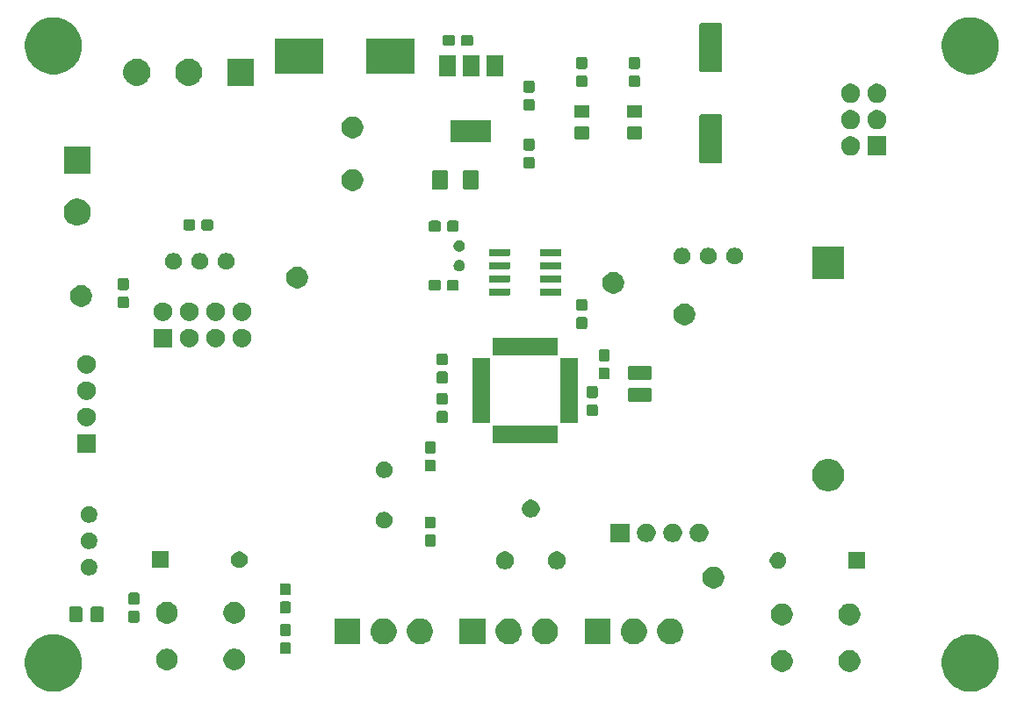
<source format=gbr>
G04 #@! TF.GenerationSoftware,KiCad,Pcbnew,(5.1.5)-3*
G04 #@! TF.CreationDate,2021-01-23T10:44:03+01:00*
G04 #@! TF.ProjectId,PONG_Display,504f4e47-5f44-4697-9370-6c61792e6b69,rev?*
G04 #@! TF.SameCoordinates,Original*
G04 #@! TF.FileFunction,Soldermask,Top*
G04 #@! TF.FilePolarity,Negative*
%FSLAX46Y46*%
G04 Gerber Fmt 4.6, Leading zero omitted, Abs format (unit mm)*
G04 Created by KiCad (PCBNEW (5.1.5)-3) date 2021-01-23 10:44:03*
%MOMM*%
%LPD*%
G04 APERTURE LIST*
%ADD10C,0.100000*%
G04 APERTURE END LIST*
D10*
G36*
X104883021Y-71816115D02*
G01*
X105323437Y-71903719D01*
X105824087Y-72111095D01*
X106004561Y-72231684D01*
X106274660Y-72412158D01*
X106657842Y-72795340D01*
X106838316Y-73065439D01*
X106958905Y-73245913D01*
X107166281Y-73746563D01*
X107166281Y-73746564D01*
X107272000Y-74278049D01*
X107272000Y-74819951D01*
X107236186Y-75000000D01*
X107166281Y-75351437D01*
X106958905Y-75852087D01*
X106902521Y-75936471D01*
X106657842Y-76302660D01*
X106274660Y-76685842D01*
X106011774Y-76861496D01*
X105824087Y-76986905D01*
X105323437Y-77194281D01*
X105057693Y-77247141D01*
X104791951Y-77300000D01*
X104250049Y-77300000D01*
X103984307Y-77247141D01*
X103718563Y-77194281D01*
X103217913Y-76986905D01*
X103030226Y-76861496D01*
X102767340Y-76685842D01*
X102384158Y-76302660D01*
X102139479Y-75936471D01*
X102083095Y-75852087D01*
X101875719Y-75351437D01*
X101805814Y-75000000D01*
X101770000Y-74819951D01*
X101770000Y-74278049D01*
X101875719Y-73746564D01*
X101875719Y-73746563D01*
X102083095Y-73245913D01*
X102203684Y-73065439D01*
X102384158Y-72795340D01*
X102767340Y-72412158D01*
X103037439Y-72231684D01*
X103217913Y-72111095D01*
X103718563Y-71903719D01*
X104158979Y-71816115D01*
X104250049Y-71798000D01*
X104791951Y-71798000D01*
X104883021Y-71816115D01*
G37*
G36*
X16484021Y-71816115D02*
G01*
X16924437Y-71903719D01*
X17425087Y-72111095D01*
X17605561Y-72231684D01*
X17875660Y-72412158D01*
X18258842Y-72795340D01*
X18439316Y-73065439D01*
X18559905Y-73245913D01*
X18767281Y-73746563D01*
X18767281Y-73746564D01*
X18873000Y-74278049D01*
X18873000Y-74819951D01*
X18837186Y-75000000D01*
X18767281Y-75351437D01*
X18559905Y-75852087D01*
X18503521Y-75936471D01*
X18258842Y-76302660D01*
X17875660Y-76685842D01*
X17612774Y-76861496D01*
X17425087Y-76986905D01*
X16924437Y-77194281D01*
X16658693Y-77247141D01*
X16392951Y-77300000D01*
X15851049Y-77300000D01*
X15585307Y-77247141D01*
X15319563Y-77194281D01*
X14818913Y-76986905D01*
X14631226Y-76861496D01*
X14368340Y-76685842D01*
X13985158Y-76302660D01*
X13740479Y-75936471D01*
X13684095Y-75852087D01*
X13476719Y-75351437D01*
X13406814Y-75000000D01*
X13371000Y-74819951D01*
X13371000Y-74278049D01*
X13476719Y-73746564D01*
X13476719Y-73746563D01*
X13684095Y-73245913D01*
X13804684Y-73065439D01*
X13985158Y-72795340D01*
X14368340Y-72412158D01*
X14638439Y-72231684D01*
X14818913Y-72111095D01*
X15319563Y-71903719D01*
X15759979Y-71816115D01*
X15851049Y-71798000D01*
X16392951Y-71798000D01*
X16484021Y-71816115D01*
G37*
G36*
X86666564Y-73339389D02*
G01*
X86857833Y-73418615D01*
X86857835Y-73418616D01*
X87029973Y-73533635D01*
X87176365Y-73680027D01*
X87220824Y-73746564D01*
X87291385Y-73852167D01*
X87370611Y-74043436D01*
X87411000Y-74246484D01*
X87411000Y-74453516D01*
X87370611Y-74656564D01*
X87302934Y-74819950D01*
X87291384Y-74847835D01*
X87176365Y-75019973D01*
X87029973Y-75166365D01*
X86857835Y-75281384D01*
X86857834Y-75281385D01*
X86857833Y-75281385D01*
X86666564Y-75360611D01*
X86463516Y-75401000D01*
X86256484Y-75401000D01*
X86053436Y-75360611D01*
X85862167Y-75281385D01*
X85862166Y-75281385D01*
X85862165Y-75281384D01*
X85690027Y-75166365D01*
X85543635Y-75019973D01*
X85428616Y-74847835D01*
X85417066Y-74819950D01*
X85349389Y-74656564D01*
X85309000Y-74453516D01*
X85309000Y-74246484D01*
X85349389Y-74043436D01*
X85428615Y-73852167D01*
X85499177Y-73746564D01*
X85543635Y-73680027D01*
X85690027Y-73533635D01*
X85862165Y-73418616D01*
X85862167Y-73418615D01*
X86053436Y-73339389D01*
X86256484Y-73299000D01*
X86463516Y-73299000D01*
X86666564Y-73339389D01*
G37*
G36*
X93166564Y-73339389D02*
G01*
X93357833Y-73418615D01*
X93357835Y-73418616D01*
X93529973Y-73533635D01*
X93676365Y-73680027D01*
X93720824Y-73746564D01*
X93791385Y-73852167D01*
X93870611Y-74043436D01*
X93911000Y-74246484D01*
X93911000Y-74453516D01*
X93870611Y-74656564D01*
X93802934Y-74819950D01*
X93791384Y-74847835D01*
X93676365Y-75019973D01*
X93529973Y-75166365D01*
X93357835Y-75281384D01*
X93357834Y-75281385D01*
X93357833Y-75281385D01*
X93166564Y-75360611D01*
X92963516Y-75401000D01*
X92756484Y-75401000D01*
X92553436Y-75360611D01*
X92362167Y-75281385D01*
X92362166Y-75281385D01*
X92362165Y-75281384D01*
X92190027Y-75166365D01*
X92043635Y-75019973D01*
X91928616Y-74847835D01*
X91917066Y-74819950D01*
X91849389Y-74656564D01*
X91809000Y-74453516D01*
X91809000Y-74246484D01*
X91849389Y-74043436D01*
X91928615Y-73852167D01*
X91999177Y-73746564D01*
X92043635Y-73680027D01*
X92190027Y-73533635D01*
X92362165Y-73418616D01*
X92362167Y-73418615D01*
X92553436Y-73339389D01*
X92756484Y-73299000D01*
X92963516Y-73299000D01*
X93166564Y-73339389D01*
G37*
G36*
X33857564Y-73181389D02*
G01*
X34019973Y-73248661D01*
X34048835Y-73260616D01*
X34220973Y-73375635D01*
X34367365Y-73522027D01*
X34474924Y-73683000D01*
X34482385Y-73694167D01*
X34561611Y-73885436D01*
X34602000Y-74088484D01*
X34602000Y-74295516D01*
X34561611Y-74498564D01*
X34559119Y-74504580D01*
X34482384Y-74689835D01*
X34367365Y-74861973D01*
X34220973Y-75008365D01*
X34048835Y-75123384D01*
X34048834Y-75123385D01*
X34048833Y-75123385D01*
X33857564Y-75202611D01*
X33654516Y-75243000D01*
X33447484Y-75243000D01*
X33244436Y-75202611D01*
X33053167Y-75123385D01*
X33053166Y-75123385D01*
X33053165Y-75123384D01*
X32881027Y-75008365D01*
X32734635Y-74861973D01*
X32619616Y-74689835D01*
X32542881Y-74504580D01*
X32540389Y-74498564D01*
X32500000Y-74295516D01*
X32500000Y-74088484D01*
X32540389Y-73885436D01*
X32619615Y-73694167D01*
X32627077Y-73683000D01*
X32734635Y-73522027D01*
X32881027Y-73375635D01*
X33053165Y-73260616D01*
X33082027Y-73248661D01*
X33244436Y-73181389D01*
X33447484Y-73141000D01*
X33654516Y-73141000D01*
X33857564Y-73181389D01*
G37*
G36*
X27357564Y-73181389D02*
G01*
X27519973Y-73248661D01*
X27548835Y-73260616D01*
X27720973Y-73375635D01*
X27867365Y-73522027D01*
X27974924Y-73683000D01*
X27982385Y-73694167D01*
X28061611Y-73885436D01*
X28102000Y-74088484D01*
X28102000Y-74295516D01*
X28061611Y-74498564D01*
X28059119Y-74504580D01*
X27982384Y-74689835D01*
X27867365Y-74861973D01*
X27720973Y-75008365D01*
X27548835Y-75123384D01*
X27548834Y-75123385D01*
X27548833Y-75123385D01*
X27357564Y-75202611D01*
X27154516Y-75243000D01*
X26947484Y-75243000D01*
X26744436Y-75202611D01*
X26553167Y-75123385D01*
X26553166Y-75123385D01*
X26553165Y-75123384D01*
X26381027Y-75008365D01*
X26234635Y-74861973D01*
X26119616Y-74689835D01*
X26042881Y-74504580D01*
X26040389Y-74498564D01*
X26000000Y-74295516D01*
X26000000Y-74088484D01*
X26040389Y-73885436D01*
X26119615Y-73694167D01*
X26127077Y-73683000D01*
X26234635Y-73522027D01*
X26381027Y-73375635D01*
X26553165Y-73260616D01*
X26582027Y-73248661D01*
X26744436Y-73181389D01*
X26947484Y-73141000D01*
X27154516Y-73141000D01*
X27357564Y-73181389D01*
G37*
G36*
X38845499Y-72535445D02*
G01*
X38882995Y-72546820D01*
X38917554Y-72565292D01*
X38947847Y-72590153D01*
X38972708Y-72620446D01*
X38991180Y-72655005D01*
X39002555Y-72692501D01*
X39007000Y-72737638D01*
X39007000Y-73476362D01*
X39002555Y-73521499D01*
X38991180Y-73558995D01*
X38972708Y-73593554D01*
X38947847Y-73623847D01*
X38917554Y-73648708D01*
X38882995Y-73667180D01*
X38845499Y-73678555D01*
X38800362Y-73683000D01*
X38161638Y-73683000D01*
X38116501Y-73678555D01*
X38079005Y-73667180D01*
X38044446Y-73648708D01*
X38014153Y-73623847D01*
X37989292Y-73593554D01*
X37970820Y-73558995D01*
X37959445Y-73521499D01*
X37955000Y-73476362D01*
X37955000Y-72737638D01*
X37959445Y-72692501D01*
X37970820Y-72655005D01*
X37989292Y-72620446D01*
X38014153Y-72590153D01*
X38044446Y-72565292D01*
X38079005Y-72546820D01*
X38116501Y-72535445D01*
X38161638Y-72531000D01*
X38800362Y-72531000D01*
X38845499Y-72535445D01*
G37*
G36*
X75944903Y-70267075D02*
G01*
X76139876Y-70347835D01*
X76172571Y-70361378D01*
X76377466Y-70498285D01*
X76551715Y-70672534D01*
X76683956Y-70870446D01*
X76688623Y-70877431D01*
X76782925Y-71105097D01*
X76831000Y-71346786D01*
X76831000Y-71593214D01*
X76795537Y-71771499D01*
X76782925Y-71834903D01*
X76688622Y-72062571D01*
X76551715Y-72267466D01*
X76377466Y-72441715D01*
X76172571Y-72578622D01*
X76172570Y-72578623D01*
X76172569Y-72578623D01*
X75944903Y-72672925D01*
X75703214Y-72721000D01*
X75456786Y-72721000D01*
X75215097Y-72672925D01*
X74987431Y-72578623D01*
X74987430Y-72578623D01*
X74987429Y-72578622D01*
X74782534Y-72441715D01*
X74608285Y-72267466D01*
X74471378Y-72062571D01*
X74377075Y-71834903D01*
X74364463Y-71771499D01*
X74329000Y-71593214D01*
X74329000Y-71346786D01*
X74377075Y-71105097D01*
X74471377Y-70877431D01*
X74476044Y-70870446D01*
X74608285Y-70672534D01*
X74782534Y-70498285D01*
X74987429Y-70361378D01*
X75020125Y-70347835D01*
X75215097Y-70267075D01*
X75456786Y-70219000D01*
X75703214Y-70219000D01*
X75944903Y-70267075D01*
G37*
G36*
X72444903Y-70267075D02*
G01*
X72639876Y-70347835D01*
X72672571Y-70361378D01*
X72877466Y-70498285D01*
X73051715Y-70672534D01*
X73183956Y-70870446D01*
X73188623Y-70877431D01*
X73282925Y-71105097D01*
X73331000Y-71346786D01*
X73331000Y-71593214D01*
X73295537Y-71771499D01*
X73282925Y-71834903D01*
X73188622Y-72062571D01*
X73051715Y-72267466D01*
X72877466Y-72441715D01*
X72672571Y-72578622D01*
X72672570Y-72578623D01*
X72672569Y-72578623D01*
X72444903Y-72672925D01*
X72203214Y-72721000D01*
X71956786Y-72721000D01*
X71715097Y-72672925D01*
X71487431Y-72578623D01*
X71487430Y-72578623D01*
X71487429Y-72578622D01*
X71282534Y-72441715D01*
X71108285Y-72267466D01*
X70971378Y-72062571D01*
X70877075Y-71834903D01*
X70864463Y-71771499D01*
X70829000Y-71593214D01*
X70829000Y-71346786D01*
X70877075Y-71105097D01*
X70971377Y-70877431D01*
X70976044Y-70870446D01*
X71108285Y-70672534D01*
X71282534Y-70498285D01*
X71487429Y-70361378D01*
X71520125Y-70347835D01*
X71715097Y-70267075D01*
X71956786Y-70219000D01*
X72203214Y-70219000D01*
X72444903Y-70267075D01*
G37*
G36*
X69831000Y-72721000D02*
G01*
X67329000Y-72721000D01*
X67329000Y-70219000D01*
X69831000Y-70219000D01*
X69831000Y-72721000D01*
G37*
G36*
X63879903Y-70267075D02*
G01*
X64074876Y-70347835D01*
X64107571Y-70361378D01*
X64312466Y-70498285D01*
X64486715Y-70672534D01*
X64618956Y-70870446D01*
X64623623Y-70877431D01*
X64717925Y-71105097D01*
X64766000Y-71346786D01*
X64766000Y-71593214D01*
X64730537Y-71771499D01*
X64717925Y-71834903D01*
X64623622Y-72062571D01*
X64486715Y-72267466D01*
X64312466Y-72441715D01*
X64107571Y-72578622D01*
X64107570Y-72578623D01*
X64107569Y-72578623D01*
X63879903Y-72672925D01*
X63638214Y-72721000D01*
X63391786Y-72721000D01*
X63150097Y-72672925D01*
X62922431Y-72578623D01*
X62922430Y-72578623D01*
X62922429Y-72578622D01*
X62717534Y-72441715D01*
X62543285Y-72267466D01*
X62406378Y-72062571D01*
X62312075Y-71834903D01*
X62299463Y-71771499D01*
X62264000Y-71593214D01*
X62264000Y-71346786D01*
X62312075Y-71105097D01*
X62406377Y-70877431D01*
X62411044Y-70870446D01*
X62543285Y-70672534D01*
X62717534Y-70498285D01*
X62922429Y-70361378D01*
X62955125Y-70347835D01*
X63150097Y-70267075D01*
X63391786Y-70219000D01*
X63638214Y-70219000D01*
X63879903Y-70267075D01*
G37*
G36*
X51814903Y-70267075D02*
G01*
X52009876Y-70347835D01*
X52042571Y-70361378D01*
X52247466Y-70498285D01*
X52421715Y-70672534D01*
X52553956Y-70870446D01*
X52558623Y-70877431D01*
X52652925Y-71105097D01*
X52701000Y-71346786D01*
X52701000Y-71593214D01*
X52665537Y-71771499D01*
X52652925Y-71834903D01*
X52558622Y-72062571D01*
X52421715Y-72267466D01*
X52247466Y-72441715D01*
X52042571Y-72578622D01*
X52042570Y-72578623D01*
X52042569Y-72578623D01*
X51814903Y-72672925D01*
X51573214Y-72721000D01*
X51326786Y-72721000D01*
X51085097Y-72672925D01*
X50857431Y-72578623D01*
X50857430Y-72578623D01*
X50857429Y-72578622D01*
X50652534Y-72441715D01*
X50478285Y-72267466D01*
X50341378Y-72062571D01*
X50247075Y-71834903D01*
X50234463Y-71771499D01*
X50199000Y-71593214D01*
X50199000Y-71346786D01*
X50247075Y-71105097D01*
X50341377Y-70877431D01*
X50346044Y-70870446D01*
X50478285Y-70672534D01*
X50652534Y-70498285D01*
X50857429Y-70361378D01*
X50890125Y-70347835D01*
X51085097Y-70267075D01*
X51326786Y-70219000D01*
X51573214Y-70219000D01*
X51814903Y-70267075D01*
G37*
G36*
X48314903Y-70267075D02*
G01*
X48509876Y-70347835D01*
X48542571Y-70361378D01*
X48747466Y-70498285D01*
X48921715Y-70672534D01*
X49053956Y-70870446D01*
X49058623Y-70877431D01*
X49152925Y-71105097D01*
X49201000Y-71346786D01*
X49201000Y-71593214D01*
X49165537Y-71771499D01*
X49152925Y-71834903D01*
X49058622Y-72062571D01*
X48921715Y-72267466D01*
X48747466Y-72441715D01*
X48542571Y-72578622D01*
X48542570Y-72578623D01*
X48542569Y-72578623D01*
X48314903Y-72672925D01*
X48073214Y-72721000D01*
X47826786Y-72721000D01*
X47585097Y-72672925D01*
X47357431Y-72578623D01*
X47357430Y-72578623D01*
X47357429Y-72578622D01*
X47152534Y-72441715D01*
X46978285Y-72267466D01*
X46841378Y-72062571D01*
X46747075Y-71834903D01*
X46734463Y-71771499D01*
X46699000Y-71593214D01*
X46699000Y-71346786D01*
X46747075Y-71105097D01*
X46841377Y-70877431D01*
X46846044Y-70870446D01*
X46978285Y-70672534D01*
X47152534Y-70498285D01*
X47357429Y-70361378D01*
X47390125Y-70347835D01*
X47585097Y-70267075D01*
X47826786Y-70219000D01*
X48073214Y-70219000D01*
X48314903Y-70267075D01*
G37*
G36*
X45701000Y-72721000D02*
G01*
X43199000Y-72721000D01*
X43199000Y-70219000D01*
X45701000Y-70219000D01*
X45701000Y-72721000D01*
G37*
G36*
X60379903Y-70267075D02*
G01*
X60574876Y-70347835D01*
X60607571Y-70361378D01*
X60812466Y-70498285D01*
X60986715Y-70672534D01*
X61118956Y-70870446D01*
X61123623Y-70877431D01*
X61217925Y-71105097D01*
X61266000Y-71346786D01*
X61266000Y-71593214D01*
X61230537Y-71771499D01*
X61217925Y-71834903D01*
X61123622Y-72062571D01*
X60986715Y-72267466D01*
X60812466Y-72441715D01*
X60607571Y-72578622D01*
X60607570Y-72578623D01*
X60607569Y-72578623D01*
X60379903Y-72672925D01*
X60138214Y-72721000D01*
X59891786Y-72721000D01*
X59650097Y-72672925D01*
X59422431Y-72578623D01*
X59422430Y-72578623D01*
X59422429Y-72578622D01*
X59217534Y-72441715D01*
X59043285Y-72267466D01*
X58906378Y-72062571D01*
X58812075Y-71834903D01*
X58799463Y-71771499D01*
X58764000Y-71593214D01*
X58764000Y-71346786D01*
X58812075Y-71105097D01*
X58906377Y-70877431D01*
X58911044Y-70870446D01*
X59043285Y-70672534D01*
X59217534Y-70498285D01*
X59422429Y-70361378D01*
X59455125Y-70347835D01*
X59650097Y-70267075D01*
X59891786Y-70219000D01*
X60138214Y-70219000D01*
X60379903Y-70267075D01*
G37*
G36*
X57766000Y-72721000D02*
G01*
X55264000Y-72721000D01*
X55264000Y-70219000D01*
X57766000Y-70219000D01*
X57766000Y-72721000D01*
G37*
G36*
X38845499Y-70785445D02*
G01*
X38882995Y-70796820D01*
X38917554Y-70815292D01*
X38947847Y-70840153D01*
X38972708Y-70870446D01*
X38991180Y-70905005D01*
X39002555Y-70942501D01*
X39007000Y-70987638D01*
X39007000Y-71726362D01*
X39002555Y-71771499D01*
X38991180Y-71808995D01*
X38972708Y-71843554D01*
X38947847Y-71873847D01*
X38917554Y-71898708D01*
X38882995Y-71917180D01*
X38845499Y-71928555D01*
X38800362Y-71933000D01*
X38161638Y-71933000D01*
X38116501Y-71928555D01*
X38079005Y-71917180D01*
X38044446Y-71898708D01*
X38014153Y-71873847D01*
X37989292Y-71843554D01*
X37970820Y-71808995D01*
X37959445Y-71771499D01*
X37955000Y-71726362D01*
X37955000Y-70987638D01*
X37959445Y-70942501D01*
X37970820Y-70905005D01*
X37989292Y-70870446D01*
X38014153Y-70840153D01*
X38044446Y-70815292D01*
X38079005Y-70796820D01*
X38116501Y-70785445D01*
X38161638Y-70781000D01*
X38800362Y-70781000D01*
X38845499Y-70785445D01*
G37*
G36*
X86666564Y-68839389D02*
G01*
X86857833Y-68918615D01*
X86857835Y-68918616D01*
X87012600Y-69022027D01*
X87029973Y-69033635D01*
X87176365Y-69180027D01*
X87291385Y-69352167D01*
X87370611Y-69543436D01*
X87411000Y-69746484D01*
X87411000Y-69953516D01*
X87370611Y-70156564D01*
X87291385Y-70347833D01*
X87291384Y-70347835D01*
X87176365Y-70519973D01*
X87029973Y-70666365D01*
X86857835Y-70781384D01*
X86857834Y-70781385D01*
X86857833Y-70781385D01*
X86666564Y-70860611D01*
X86463516Y-70901000D01*
X86256484Y-70901000D01*
X86053436Y-70860611D01*
X85862167Y-70781385D01*
X85862166Y-70781385D01*
X85862165Y-70781384D01*
X85690027Y-70666365D01*
X85543635Y-70519973D01*
X85428616Y-70347835D01*
X85428615Y-70347833D01*
X85349389Y-70156564D01*
X85309000Y-69953516D01*
X85309000Y-69746484D01*
X85349389Y-69543436D01*
X85428615Y-69352167D01*
X85543635Y-69180027D01*
X85690027Y-69033635D01*
X85707400Y-69022027D01*
X85862165Y-68918616D01*
X85862167Y-68918615D01*
X86053436Y-68839389D01*
X86256484Y-68799000D01*
X86463516Y-68799000D01*
X86666564Y-68839389D01*
G37*
G36*
X93166564Y-68839389D02*
G01*
X93357833Y-68918615D01*
X93357835Y-68918616D01*
X93512600Y-69022027D01*
X93529973Y-69033635D01*
X93676365Y-69180027D01*
X93791385Y-69352167D01*
X93870611Y-69543436D01*
X93911000Y-69746484D01*
X93911000Y-69953516D01*
X93870611Y-70156564D01*
X93791385Y-70347833D01*
X93791384Y-70347835D01*
X93676365Y-70519973D01*
X93529973Y-70666365D01*
X93357835Y-70781384D01*
X93357834Y-70781385D01*
X93357833Y-70781385D01*
X93166564Y-70860611D01*
X92963516Y-70901000D01*
X92756484Y-70901000D01*
X92553436Y-70860611D01*
X92362167Y-70781385D01*
X92362166Y-70781385D01*
X92362165Y-70781384D01*
X92190027Y-70666365D01*
X92043635Y-70519973D01*
X91928616Y-70347835D01*
X91928615Y-70347833D01*
X91849389Y-70156564D01*
X91809000Y-69953516D01*
X91809000Y-69746484D01*
X91849389Y-69543436D01*
X91928615Y-69352167D01*
X92043635Y-69180027D01*
X92190027Y-69033635D01*
X92207400Y-69022027D01*
X92362165Y-68918616D01*
X92362167Y-68918615D01*
X92553436Y-68839389D01*
X92756484Y-68799000D01*
X92963516Y-68799000D01*
X93166564Y-68839389D01*
G37*
G36*
X33857564Y-68681389D02*
G01*
X34038546Y-68756354D01*
X34048835Y-68760616D01*
X34220973Y-68875635D01*
X34367365Y-69022027D01*
X34472063Y-69178718D01*
X34482385Y-69194167D01*
X34561611Y-69385436D01*
X34602000Y-69588484D01*
X34602000Y-69795516D01*
X34561611Y-69998564D01*
X34496165Y-70156564D01*
X34482384Y-70189835D01*
X34367365Y-70361973D01*
X34220973Y-70508365D01*
X34048835Y-70623384D01*
X34048834Y-70623385D01*
X34048833Y-70623385D01*
X33857564Y-70702611D01*
X33654516Y-70743000D01*
X33447484Y-70743000D01*
X33244436Y-70702611D01*
X33053167Y-70623385D01*
X33053166Y-70623385D01*
X33053165Y-70623384D01*
X32881027Y-70508365D01*
X32734635Y-70361973D01*
X32619616Y-70189835D01*
X32605835Y-70156564D01*
X32540389Y-69998564D01*
X32500000Y-69795516D01*
X32500000Y-69588484D01*
X32540389Y-69385436D01*
X32619615Y-69194167D01*
X32629938Y-69178718D01*
X32734635Y-69022027D01*
X32881027Y-68875635D01*
X33053165Y-68760616D01*
X33063454Y-68756354D01*
X33244436Y-68681389D01*
X33447484Y-68641000D01*
X33654516Y-68641000D01*
X33857564Y-68681389D01*
G37*
G36*
X27357564Y-68681389D02*
G01*
X27538546Y-68756354D01*
X27548835Y-68760616D01*
X27720973Y-68875635D01*
X27867365Y-69022027D01*
X27972063Y-69178718D01*
X27982385Y-69194167D01*
X28061611Y-69385436D01*
X28102000Y-69588484D01*
X28102000Y-69795516D01*
X28061611Y-69998564D01*
X27996165Y-70156564D01*
X27982384Y-70189835D01*
X27867365Y-70361973D01*
X27720973Y-70508365D01*
X27548835Y-70623384D01*
X27548834Y-70623385D01*
X27548833Y-70623385D01*
X27357564Y-70702611D01*
X27154516Y-70743000D01*
X26947484Y-70743000D01*
X26744436Y-70702611D01*
X26553167Y-70623385D01*
X26553166Y-70623385D01*
X26553165Y-70623384D01*
X26381027Y-70508365D01*
X26234635Y-70361973D01*
X26119616Y-70189835D01*
X26105835Y-70156564D01*
X26040389Y-69998564D01*
X26000000Y-69795516D01*
X26000000Y-69588484D01*
X26040389Y-69385436D01*
X26119615Y-69194167D01*
X26129938Y-69178718D01*
X26234635Y-69022027D01*
X26381027Y-68875635D01*
X26553165Y-68760616D01*
X26563454Y-68756354D01*
X26744436Y-68681389D01*
X26947484Y-68641000D01*
X27154516Y-68641000D01*
X27357564Y-68681389D01*
G37*
G36*
X24240499Y-69504445D02*
G01*
X24277995Y-69515820D01*
X24312554Y-69534292D01*
X24342847Y-69559153D01*
X24367708Y-69589446D01*
X24386180Y-69624005D01*
X24397555Y-69661501D01*
X24402000Y-69706638D01*
X24402000Y-70445362D01*
X24397555Y-70490499D01*
X24386180Y-70527995D01*
X24367708Y-70562554D01*
X24342847Y-70592847D01*
X24312554Y-70617708D01*
X24277995Y-70636180D01*
X24240499Y-70647555D01*
X24195362Y-70652000D01*
X23556638Y-70652000D01*
X23511501Y-70647555D01*
X23474005Y-70636180D01*
X23439446Y-70617708D01*
X23409153Y-70592847D01*
X23384292Y-70562554D01*
X23365820Y-70527995D01*
X23354445Y-70490499D01*
X23350000Y-70445362D01*
X23350000Y-69706638D01*
X23354445Y-69661501D01*
X23365820Y-69624005D01*
X23384292Y-69589446D01*
X23409153Y-69559153D01*
X23439446Y-69534292D01*
X23474005Y-69515820D01*
X23511501Y-69504445D01*
X23556638Y-69500000D01*
X24195362Y-69500000D01*
X24240499Y-69504445D01*
G37*
G36*
X20792674Y-69103465D02*
G01*
X20830367Y-69114899D01*
X20865103Y-69133466D01*
X20895548Y-69158452D01*
X20920534Y-69188897D01*
X20939101Y-69223633D01*
X20950535Y-69261326D01*
X20955000Y-69306661D01*
X20955000Y-70393339D01*
X20950535Y-70438674D01*
X20939101Y-70476367D01*
X20920534Y-70511103D01*
X20895548Y-70541548D01*
X20865103Y-70566534D01*
X20830367Y-70585101D01*
X20792674Y-70596535D01*
X20747339Y-70601000D01*
X19910661Y-70601000D01*
X19865326Y-70596535D01*
X19827633Y-70585101D01*
X19792897Y-70566534D01*
X19762452Y-70541548D01*
X19737466Y-70511103D01*
X19718899Y-70476367D01*
X19707465Y-70438674D01*
X19703000Y-70393339D01*
X19703000Y-69306661D01*
X19707465Y-69261326D01*
X19718899Y-69223633D01*
X19737466Y-69188897D01*
X19762452Y-69158452D01*
X19792897Y-69133466D01*
X19827633Y-69114899D01*
X19865326Y-69103465D01*
X19910661Y-69099000D01*
X20747339Y-69099000D01*
X20792674Y-69103465D01*
G37*
G36*
X18742674Y-69103465D02*
G01*
X18780367Y-69114899D01*
X18815103Y-69133466D01*
X18845548Y-69158452D01*
X18870534Y-69188897D01*
X18889101Y-69223633D01*
X18900535Y-69261326D01*
X18905000Y-69306661D01*
X18905000Y-70393339D01*
X18900535Y-70438674D01*
X18889101Y-70476367D01*
X18870534Y-70511103D01*
X18845548Y-70541548D01*
X18815103Y-70566534D01*
X18780367Y-70585101D01*
X18742674Y-70596535D01*
X18697339Y-70601000D01*
X17860661Y-70601000D01*
X17815326Y-70596535D01*
X17777633Y-70585101D01*
X17742897Y-70566534D01*
X17712452Y-70541548D01*
X17687466Y-70511103D01*
X17668899Y-70476367D01*
X17657465Y-70438674D01*
X17653000Y-70393339D01*
X17653000Y-69306661D01*
X17657465Y-69261326D01*
X17668899Y-69223633D01*
X17687466Y-69188897D01*
X17712452Y-69158452D01*
X17742897Y-69133466D01*
X17777633Y-69114899D01*
X17815326Y-69103465D01*
X17860661Y-69099000D01*
X18697339Y-69099000D01*
X18742674Y-69103465D01*
G37*
G36*
X38845499Y-68598445D02*
G01*
X38882995Y-68609820D01*
X38917554Y-68628292D01*
X38947847Y-68653153D01*
X38972708Y-68683446D01*
X38991180Y-68718005D01*
X39002555Y-68755501D01*
X39007000Y-68800638D01*
X39007000Y-69539362D01*
X39002555Y-69584499D01*
X38991180Y-69621995D01*
X38972708Y-69656554D01*
X38947847Y-69686847D01*
X38917554Y-69711708D01*
X38882995Y-69730180D01*
X38845499Y-69741555D01*
X38800362Y-69746000D01*
X38161638Y-69746000D01*
X38116501Y-69741555D01*
X38079005Y-69730180D01*
X38044446Y-69711708D01*
X38014153Y-69686847D01*
X37989292Y-69656554D01*
X37970820Y-69621995D01*
X37959445Y-69584499D01*
X37955000Y-69539362D01*
X37955000Y-68800638D01*
X37959445Y-68755501D01*
X37970820Y-68718005D01*
X37989292Y-68683446D01*
X38014153Y-68653153D01*
X38044446Y-68628292D01*
X38079005Y-68609820D01*
X38116501Y-68598445D01*
X38161638Y-68594000D01*
X38800362Y-68594000D01*
X38845499Y-68598445D01*
G37*
G36*
X24240499Y-67754445D02*
G01*
X24277995Y-67765820D01*
X24312554Y-67784292D01*
X24342847Y-67809153D01*
X24367708Y-67839446D01*
X24386180Y-67874005D01*
X24397555Y-67911501D01*
X24402000Y-67956638D01*
X24402000Y-68695362D01*
X24397555Y-68740499D01*
X24386180Y-68777995D01*
X24367708Y-68812554D01*
X24342847Y-68842847D01*
X24312554Y-68867708D01*
X24277995Y-68886180D01*
X24240499Y-68897555D01*
X24195362Y-68902000D01*
X23556638Y-68902000D01*
X23511501Y-68897555D01*
X23474005Y-68886180D01*
X23439446Y-68867708D01*
X23409153Y-68842847D01*
X23384292Y-68812554D01*
X23365820Y-68777995D01*
X23354445Y-68740499D01*
X23350000Y-68695362D01*
X23350000Y-67956638D01*
X23354445Y-67911501D01*
X23365820Y-67874005D01*
X23384292Y-67839446D01*
X23409153Y-67809153D01*
X23439446Y-67784292D01*
X23474005Y-67765820D01*
X23511501Y-67754445D01*
X23556638Y-67750000D01*
X24195362Y-67750000D01*
X24240499Y-67754445D01*
G37*
G36*
X38845499Y-66848445D02*
G01*
X38882995Y-66859820D01*
X38917554Y-66878292D01*
X38947847Y-66903153D01*
X38972708Y-66933446D01*
X38991180Y-66968005D01*
X39002555Y-67005501D01*
X39007000Y-67050638D01*
X39007000Y-67789362D01*
X39002555Y-67834499D01*
X38991180Y-67871995D01*
X38972708Y-67906554D01*
X38947847Y-67936847D01*
X38917554Y-67961708D01*
X38882995Y-67980180D01*
X38845499Y-67991555D01*
X38800362Y-67996000D01*
X38161638Y-67996000D01*
X38116501Y-67991555D01*
X38079005Y-67980180D01*
X38044446Y-67961708D01*
X38014153Y-67936847D01*
X37989292Y-67906554D01*
X37970820Y-67871995D01*
X37959445Y-67834499D01*
X37955000Y-67789362D01*
X37955000Y-67050638D01*
X37959445Y-67005501D01*
X37970820Y-66968005D01*
X37989292Y-66933446D01*
X38014153Y-66903153D01*
X38044446Y-66878292D01*
X38079005Y-66859820D01*
X38116501Y-66848445D01*
X38161638Y-66844000D01*
X38800362Y-66844000D01*
X38845499Y-66848445D01*
G37*
G36*
X80062564Y-65283389D02*
G01*
X80230229Y-65352838D01*
X80253835Y-65362616D01*
X80375635Y-65444000D01*
X80425973Y-65477635D01*
X80572365Y-65624027D01*
X80687385Y-65796167D01*
X80766611Y-65987436D01*
X80807000Y-66190484D01*
X80807000Y-66397516D01*
X80766611Y-66600564D01*
X80687385Y-66791833D01*
X80687384Y-66791835D01*
X80572365Y-66963973D01*
X80425973Y-67110365D01*
X80253835Y-67225384D01*
X80253834Y-67225385D01*
X80253833Y-67225385D01*
X80062564Y-67304611D01*
X79859516Y-67345000D01*
X79652484Y-67345000D01*
X79449436Y-67304611D01*
X79258167Y-67225385D01*
X79258166Y-67225385D01*
X79258165Y-67225384D01*
X79086027Y-67110365D01*
X78939635Y-66963973D01*
X78824616Y-66791835D01*
X78824615Y-66791833D01*
X78745389Y-66600564D01*
X78705000Y-66397516D01*
X78705000Y-66190484D01*
X78745389Y-65987436D01*
X78824615Y-65796167D01*
X78939635Y-65624027D01*
X79086027Y-65477635D01*
X79136365Y-65444000D01*
X79258165Y-65362616D01*
X79281771Y-65352838D01*
X79449436Y-65283389D01*
X79652484Y-65243000D01*
X79859516Y-65243000D01*
X80062564Y-65283389D01*
G37*
G36*
X19771142Y-64496242D02*
G01*
X19919101Y-64557529D01*
X20052255Y-64646499D01*
X20165501Y-64759745D01*
X20254471Y-64892899D01*
X20315758Y-65040858D01*
X20347000Y-65197925D01*
X20347000Y-65358075D01*
X20315758Y-65515142D01*
X20254471Y-65663101D01*
X20165501Y-65796255D01*
X20052255Y-65909501D01*
X19919101Y-65998471D01*
X19771142Y-66059758D01*
X19614075Y-66091000D01*
X19453925Y-66091000D01*
X19296858Y-66059758D01*
X19148899Y-65998471D01*
X19015745Y-65909501D01*
X18902499Y-65796255D01*
X18813529Y-65663101D01*
X18752242Y-65515142D01*
X18721000Y-65358075D01*
X18721000Y-65197925D01*
X18752242Y-65040858D01*
X18813529Y-64892899D01*
X18902499Y-64759745D01*
X19015745Y-64646499D01*
X19148899Y-64557529D01*
X19296858Y-64496242D01*
X19453925Y-64465000D01*
X19614075Y-64465000D01*
X19771142Y-64496242D01*
G37*
G36*
X59894143Y-63815087D02*
G01*
X60050838Y-63879992D01*
X60191853Y-63974215D01*
X60311785Y-64094147D01*
X60406008Y-64235162D01*
X60470913Y-64391857D01*
X60504000Y-64558198D01*
X60504000Y-64727802D01*
X60470913Y-64894143D01*
X60406008Y-65050838D01*
X60311785Y-65191853D01*
X60191853Y-65311785D01*
X60050838Y-65406008D01*
X59894143Y-65470913D01*
X59727802Y-65504000D01*
X59558198Y-65504000D01*
X59391857Y-65470913D01*
X59235162Y-65406008D01*
X59094147Y-65311785D01*
X58974215Y-65191853D01*
X58879992Y-65050838D01*
X58815087Y-64894143D01*
X58782000Y-64727802D01*
X58782000Y-64558198D01*
X58815087Y-64391857D01*
X58879992Y-64235162D01*
X58974215Y-64094147D01*
X59094147Y-63974215D01*
X59235162Y-63879992D01*
X59391857Y-63815087D01*
X59558198Y-63782000D01*
X59727802Y-63782000D01*
X59894143Y-63815087D01*
G37*
G36*
X64894143Y-63815087D02*
G01*
X65050838Y-63879992D01*
X65191853Y-63974215D01*
X65311785Y-64094147D01*
X65406008Y-64235162D01*
X65470913Y-64391857D01*
X65504000Y-64558198D01*
X65504000Y-64727802D01*
X65470913Y-64894143D01*
X65406008Y-65050838D01*
X65311785Y-65191853D01*
X65191853Y-65311785D01*
X65050838Y-65406008D01*
X64894143Y-65470913D01*
X64727802Y-65504000D01*
X64558198Y-65504000D01*
X64391857Y-65470913D01*
X64235162Y-65406008D01*
X64094147Y-65311785D01*
X63974215Y-65191853D01*
X63879992Y-65050838D01*
X63815087Y-64894143D01*
X63782000Y-64727802D01*
X63782000Y-64558198D01*
X63815087Y-64391857D01*
X63879992Y-64235162D01*
X63974215Y-64094147D01*
X64094147Y-63974215D01*
X64235162Y-63879992D01*
X64391857Y-63815087D01*
X64558198Y-63782000D01*
X64727802Y-63782000D01*
X64894143Y-63815087D01*
G37*
G36*
X86212642Y-63872781D02*
G01*
X86358414Y-63933162D01*
X86358416Y-63933163D01*
X86489608Y-64020822D01*
X86601178Y-64132392D01*
X86688837Y-64263584D01*
X86688838Y-64263586D01*
X86749219Y-64409358D01*
X86780000Y-64564107D01*
X86780000Y-64721893D01*
X86749219Y-64876642D01*
X86688838Y-65022414D01*
X86688837Y-65022416D01*
X86601178Y-65153608D01*
X86489608Y-65265178D01*
X86358416Y-65352837D01*
X86358415Y-65352838D01*
X86358414Y-65352838D01*
X86212642Y-65413219D01*
X86057893Y-65444000D01*
X85900107Y-65444000D01*
X85745358Y-65413219D01*
X85599586Y-65352838D01*
X85599585Y-65352838D01*
X85599584Y-65352837D01*
X85468392Y-65265178D01*
X85356822Y-65153608D01*
X85269163Y-65022416D01*
X85269162Y-65022414D01*
X85208781Y-64876642D01*
X85178000Y-64721893D01*
X85178000Y-64564107D01*
X85208781Y-64409358D01*
X85269162Y-64263586D01*
X85269163Y-64263584D01*
X85356822Y-64132392D01*
X85468392Y-64020822D01*
X85599584Y-63933163D01*
X85599586Y-63933162D01*
X85745358Y-63872781D01*
X85900107Y-63842000D01*
X86057893Y-63842000D01*
X86212642Y-63872781D01*
G37*
G36*
X94400000Y-65444000D02*
G01*
X92798000Y-65444000D01*
X92798000Y-63842000D01*
X94400000Y-63842000D01*
X94400000Y-65444000D01*
G37*
G36*
X27217000Y-65380500D02*
G01*
X25615000Y-65380500D01*
X25615000Y-63778500D01*
X27217000Y-63778500D01*
X27217000Y-65380500D01*
G37*
G36*
X34269642Y-63809281D02*
G01*
X34415414Y-63869662D01*
X34415416Y-63869663D01*
X34546608Y-63957322D01*
X34658178Y-64068892D01*
X34745837Y-64200084D01*
X34745838Y-64200086D01*
X34806219Y-64345858D01*
X34837000Y-64500607D01*
X34837000Y-64658393D01*
X34806219Y-64813142D01*
X34745838Y-64958914D01*
X34745837Y-64958916D01*
X34658178Y-65090108D01*
X34546608Y-65201678D01*
X34415416Y-65289337D01*
X34415415Y-65289338D01*
X34415414Y-65289338D01*
X34269642Y-65349719D01*
X34114893Y-65380500D01*
X33957107Y-65380500D01*
X33802358Y-65349719D01*
X33656586Y-65289338D01*
X33656585Y-65289338D01*
X33656584Y-65289337D01*
X33525392Y-65201678D01*
X33413822Y-65090108D01*
X33326163Y-64958916D01*
X33326162Y-64958914D01*
X33265781Y-64813142D01*
X33235000Y-64658393D01*
X33235000Y-64500607D01*
X33265781Y-64345858D01*
X33326162Y-64200086D01*
X33326163Y-64200084D01*
X33413822Y-64068892D01*
X33525392Y-63957322D01*
X33656584Y-63869663D01*
X33656586Y-63869662D01*
X33802358Y-63809281D01*
X33957107Y-63778500D01*
X34114893Y-63778500D01*
X34269642Y-63809281D01*
G37*
G36*
X19771142Y-61956242D02*
G01*
X19919101Y-62017529D01*
X20052255Y-62106499D01*
X20165501Y-62219745D01*
X20254471Y-62352899D01*
X20315758Y-62500858D01*
X20347000Y-62657925D01*
X20347000Y-62818075D01*
X20315758Y-62975142D01*
X20254471Y-63123101D01*
X20165501Y-63256255D01*
X20052255Y-63369501D01*
X19919101Y-63458471D01*
X19771142Y-63519758D01*
X19614075Y-63551000D01*
X19453925Y-63551000D01*
X19296858Y-63519758D01*
X19148899Y-63458471D01*
X19015745Y-63369501D01*
X18902499Y-63256255D01*
X18813529Y-63123101D01*
X18752242Y-62975142D01*
X18721000Y-62818075D01*
X18721000Y-62657925D01*
X18752242Y-62500858D01*
X18813529Y-62352899D01*
X18902499Y-62219745D01*
X19015745Y-62106499D01*
X19148899Y-62017529D01*
X19296858Y-61956242D01*
X19453925Y-61925000D01*
X19614075Y-61925000D01*
X19771142Y-61956242D01*
G37*
G36*
X52815499Y-62152445D02*
G01*
X52852995Y-62163820D01*
X52887554Y-62182292D01*
X52917847Y-62207153D01*
X52942708Y-62237446D01*
X52961180Y-62272005D01*
X52972555Y-62309501D01*
X52977000Y-62354638D01*
X52977000Y-63093362D01*
X52972555Y-63138499D01*
X52961180Y-63175995D01*
X52942708Y-63210554D01*
X52917847Y-63240847D01*
X52887554Y-63265708D01*
X52852995Y-63284180D01*
X52815499Y-63295555D01*
X52770362Y-63300000D01*
X52131638Y-63300000D01*
X52086501Y-63295555D01*
X52049005Y-63284180D01*
X52014446Y-63265708D01*
X51984153Y-63240847D01*
X51959292Y-63210554D01*
X51940820Y-63175995D01*
X51929445Y-63138499D01*
X51925000Y-63093362D01*
X51925000Y-62354638D01*
X51929445Y-62309501D01*
X51940820Y-62272005D01*
X51959292Y-62237446D01*
X51984153Y-62207153D01*
X52014446Y-62182292D01*
X52049005Y-62163820D01*
X52086501Y-62152445D01*
X52131638Y-62148000D01*
X52770362Y-62148000D01*
X52815499Y-62152445D01*
G37*
G36*
X73392512Y-61079927D02*
G01*
X73541812Y-61109624D01*
X73705784Y-61177544D01*
X73853354Y-61276147D01*
X73978853Y-61401646D01*
X74077456Y-61549216D01*
X74145376Y-61713188D01*
X74180000Y-61887259D01*
X74180000Y-62064741D01*
X74145376Y-62238812D01*
X74077456Y-62402784D01*
X73978853Y-62550354D01*
X73853354Y-62675853D01*
X73705784Y-62774456D01*
X73541812Y-62842376D01*
X73392512Y-62872073D01*
X73367742Y-62877000D01*
X73190258Y-62877000D01*
X73165488Y-62872073D01*
X73016188Y-62842376D01*
X72852216Y-62774456D01*
X72704646Y-62675853D01*
X72579147Y-62550354D01*
X72480544Y-62402784D01*
X72412624Y-62238812D01*
X72378000Y-62064741D01*
X72378000Y-61887259D01*
X72412624Y-61713188D01*
X72480544Y-61549216D01*
X72579147Y-61401646D01*
X72704646Y-61276147D01*
X72852216Y-61177544D01*
X73016188Y-61109624D01*
X73165488Y-61079927D01*
X73190258Y-61075000D01*
X73367742Y-61075000D01*
X73392512Y-61079927D01*
G37*
G36*
X71640000Y-62877000D02*
G01*
X69838000Y-62877000D01*
X69838000Y-61075000D01*
X71640000Y-61075000D01*
X71640000Y-62877000D01*
G37*
G36*
X78472512Y-61079927D02*
G01*
X78621812Y-61109624D01*
X78785784Y-61177544D01*
X78933354Y-61276147D01*
X79058853Y-61401646D01*
X79157456Y-61549216D01*
X79225376Y-61713188D01*
X79260000Y-61887259D01*
X79260000Y-62064741D01*
X79225376Y-62238812D01*
X79157456Y-62402784D01*
X79058853Y-62550354D01*
X78933354Y-62675853D01*
X78785784Y-62774456D01*
X78621812Y-62842376D01*
X78472512Y-62872073D01*
X78447742Y-62877000D01*
X78270258Y-62877000D01*
X78245488Y-62872073D01*
X78096188Y-62842376D01*
X77932216Y-62774456D01*
X77784646Y-62675853D01*
X77659147Y-62550354D01*
X77560544Y-62402784D01*
X77492624Y-62238812D01*
X77458000Y-62064741D01*
X77458000Y-61887259D01*
X77492624Y-61713188D01*
X77560544Y-61549216D01*
X77659147Y-61401646D01*
X77784646Y-61276147D01*
X77932216Y-61177544D01*
X78096188Y-61109624D01*
X78245488Y-61079927D01*
X78270258Y-61075000D01*
X78447742Y-61075000D01*
X78472512Y-61079927D01*
G37*
G36*
X75932512Y-61079927D02*
G01*
X76081812Y-61109624D01*
X76245784Y-61177544D01*
X76393354Y-61276147D01*
X76518853Y-61401646D01*
X76617456Y-61549216D01*
X76685376Y-61713188D01*
X76720000Y-61887259D01*
X76720000Y-62064741D01*
X76685376Y-62238812D01*
X76617456Y-62402784D01*
X76518853Y-62550354D01*
X76393354Y-62675853D01*
X76245784Y-62774456D01*
X76081812Y-62842376D01*
X75932512Y-62872073D01*
X75907742Y-62877000D01*
X75730258Y-62877000D01*
X75705488Y-62872073D01*
X75556188Y-62842376D01*
X75392216Y-62774456D01*
X75244646Y-62675853D01*
X75119147Y-62550354D01*
X75020544Y-62402784D01*
X74952624Y-62238812D01*
X74918000Y-62064741D01*
X74918000Y-61887259D01*
X74952624Y-61713188D01*
X75020544Y-61549216D01*
X75119147Y-61401646D01*
X75244646Y-61276147D01*
X75392216Y-61177544D01*
X75556188Y-61109624D01*
X75705488Y-61079927D01*
X75730258Y-61075000D01*
X75907742Y-61075000D01*
X75932512Y-61079927D01*
G37*
G36*
X48239642Y-59989781D02*
G01*
X48385414Y-60050162D01*
X48385416Y-60050163D01*
X48516608Y-60137822D01*
X48628178Y-60249392D01*
X48647343Y-60278075D01*
X48715838Y-60380586D01*
X48776219Y-60526358D01*
X48807000Y-60681107D01*
X48807000Y-60838893D01*
X48776219Y-60993642D01*
X48769029Y-61011000D01*
X48715837Y-61139416D01*
X48628178Y-61270608D01*
X48516608Y-61382178D01*
X48385416Y-61469837D01*
X48385415Y-61469838D01*
X48385414Y-61469838D01*
X48239642Y-61530219D01*
X48084893Y-61561000D01*
X47927107Y-61561000D01*
X47772358Y-61530219D01*
X47626586Y-61469838D01*
X47626585Y-61469838D01*
X47626584Y-61469837D01*
X47495392Y-61382178D01*
X47383822Y-61270608D01*
X47296163Y-61139416D01*
X47242971Y-61011000D01*
X47235781Y-60993642D01*
X47205000Y-60838893D01*
X47205000Y-60681107D01*
X47235781Y-60526358D01*
X47296162Y-60380586D01*
X47364657Y-60278075D01*
X47383822Y-60249392D01*
X47495392Y-60137822D01*
X47626584Y-60050163D01*
X47626586Y-60050162D01*
X47772358Y-59989781D01*
X47927107Y-59959000D01*
X48084893Y-59959000D01*
X48239642Y-59989781D01*
G37*
G36*
X52815499Y-60402445D02*
G01*
X52852995Y-60413820D01*
X52887554Y-60432292D01*
X52917847Y-60457153D01*
X52942708Y-60487446D01*
X52961180Y-60522005D01*
X52972555Y-60559501D01*
X52977000Y-60604638D01*
X52977000Y-61343362D01*
X52972555Y-61388499D01*
X52961180Y-61425995D01*
X52942708Y-61460554D01*
X52917847Y-61490847D01*
X52887554Y-61515708D01*
X52852995Y-61534180D01*
X52815499Y-61545555D01*
X52770362Y-61550000D01*
X52131638Y-61550000D01*
X52086501Y-61545555D01*
X52049005Y-61534180D01*
X52014446Y-61515708D01*
X51984153Y-61490847D01*
X51959292Y-61460554D01*
X51940820Y-61425995D01*
X51929445Y-61388499D01*
X51925000Y-61343362D01*
X51925000Y-60604638D01*
X51929445Y-60559501D01*
X51940820Y-60522005D01*
X51959292Y-60487446D01*
X51984153Y-60457153D01*
X52014446Y-60432292D01*
X52049005Y-60413820D01*
X52086501Y-60402445D01*
X52131638Y-60398000D01*
X52770362Y-60398000D01*
X52815499Y-60402445D01*
G37*
G36*
X19771142Y-59416242D02*
G01*
X19919101Y-59477529D01*
X20052255Y-59566499D01*
X20165501Y-59679745D01*
X20254471Y-59812899D01*
X20315758Y-59960858D01*
X20347000Y-60117925D01*
X20347000Y-60278075D01*
X20315758Y-60435142D01*
X20254471Y-60583101D01*
X20165501Y-60716255D01*
X20052255Y-60829501D01*
X19919101Y-60918471D01*
X19771142Y-60979758D01*
X19614075Y-61011000D01*
X19453925Y-61011000D01*
X19296858Y-60979758D01*
X19148899Y-60918471D01*
X19015745Y-60829501D01*
X18902499Y-60716255D01*
X18813529Y-60583101D01*
X18752242Y-60435142D01*
X18721000Y-60278075D01*
X18721000Y-60117925D01*
X18752242Y-59960858D01*
X18813529Y-59812899D01*
X18902499Y-59679745D01*
X19015745Y-59566499D01*
X19148899Y-59477529D01*
X19296858Y-59416242D01*
X19453925Y-59385000D01*
X19614075Y-59385000D01*
X19771142Y-59416242D01*
G37*
G36*
X62394143Y-58815087D02*
G01*
X62550838Y-58879992D01*
X62691853Y-58974215D01*
X62811785Y-59094147D01*
X62906008Y-59235162D01*
X62970913Y-59391857D01*
X63004000Y-59558198D01*
X63004000Y-59727802D01*
X62970913Y-59894143D01*
X62906008Y-60050838D01*
X62811785Y-60191853D01*
X62691853Y-60311785D01*
X62550838Y-60406008D01*
X62394143Y-60470913D01*
X62227802Y-60504000D01*
X62058198Y-60504000D01*
X61891857Y-60470913D01*
X61735162Y-60406008D01*
X61594147Y-60311785D01*
X61474215Y-60191853D01*
X61379992Y-60050838D01*
X61315087Y-59894143D01*
X61282000Y-59727802D01*
X61282000Y-59558198D01*
X61315087Y-59391857D01*
X61379992Y-59235162D01*
X61474215Y-59094147D01*
X61594147Y-58974215D01*
X61735162Y-58879992D01*
X61891857Y-58815087D01*
X62058198Y-58782000D01*
X62227802Y-58782000D01*
X62394143Y-58815087D01*
G37*
G36*
X91107585Y-54878802D02*
G01*
X91257410Y-54908604D01*
X91539674Y-55025521D01*
X91793705Y-55195259D01*
X92009741Y-55411295D01*
X92179479Y-55665326D01*
X92296396Y-55947590D01*
X92356000Y-56247240D01*
X92356000Y-56552760D01*
X92296396Y-56852410D01*
X92179479Y-57134674D01*
X92009741Y-57388705D01*
X91793705Y-57604741D01*
X91539674Y-57774479D01*
X91257410Y-57891396D01*
X91107585Y-57921198D01*
X90957761Y-57951000D01*
X90652239Y-57951000D01*
X90502415Y-57921198D01*
X90352590Y-57891396D01*
X90070326Y-57774479D01*
X89816295Y-57604741D01*
X89600259Y-57388705D01*
X89430521Y-57134674D01*
X89313604Y-56852410D01*
X89254000Y-56552760D01*
X89254000Y-56247240D01*
X89313604Y-55947590D01*
X89430521Y-55665326D01*
X89600259Y-55411295D01*
X89816295Y-55195259D01*
X90070326Y-55025521D01*
X90352590Y-54908604D01*
X90502415Y-54878802D01*
X90652239Y-54849000D01*
X90957761Y-54849000D01*
X91107585Y-54878802D01*
G37*
G36*
X48239642Y-55109781D02*
G01*
X48385414Y-55170162D01*
X48385416Y-55170163D01*
X48516608Y-55257822D01*
X48628178Y-55369392D01*
X48656176Y-55411295D01*
X48715838Y-55500586D01*
X48776219Y-55646358D01*
X48807000Y-55801107D01*
X48807000Y-55958893D01*
X48776219Y-56113642D01*
X48715838Y-56259414D01*
X48715837Y-56259416D01*
X48628178Y-56390608D01*
X48516608Y-56502178D01*
X48385416Y-56589837D01*
X48385415Y-56589838D01*
X48385414Y-56589838D01*
X48239642Y-56650219D01*
X48084893Y-56681000D01*
X47927107Y-56681000D01*
X47772358Y-56650219D01*
X47626586Y-56589838D01*
X47626585Y-56589838D01*
X47626584Y-56589837D01*
X47495392Y-56502178D01*
X47383822Y-56390608D01*
X47296163Y-56259416D01*
X47296162Y-56259414D01*
X47235781Y-56113642D01*
X47205000Y-55958893D01*
X47205000Y-55801107D01*
X47235781Y-55646358D01*
X47296162Y-55500586D01*
X47355824Y-55411295D01*
X47383822Y-55369392D01*
X47495392Y-55257822D01*
X47626584Y-55170163D01*
X47626586Y-55170162D01*
X47772358Y-55109781D01*
X47927107Y-55079000D01*
X48084893Y-55079000D01*
X48239642Y-55109781D01*
G37*
G36*
X52815499Y-54913445D02*
G01*
X52852995Y-54924820D01*
X52887554Y-54943292D01*
X52917847Y-54968153D01*
X52942708Y-54998446D01*
X52961180Y-55033005D01*
X52972555Y-55070501D01*
X52977000Y-55115638D01*
X52977000Y-55854362D01*
X52972555Y-55899499D01*
X52961180Y-55936995D01*
X52942708Y-55971554D01*
X52917847Y-56001847D01*
X52887554Y-56026708D01*
X52852995Y-56045180D01*
X52815499Y-56056555D01*
X52770362Y-56061000D01*
X52131638Y-56061000D01*
X52086501Y-56056555D01*
X52049005Y-56045180D01*
X52014446Y-56026708D01*
X51984153Y-56001847D01*
X51959292Y-55971554D01*
X51940820Y-55936995D01*
X51929445Y-55899499D01*
X51925000Y-55854362D01*
X51925000Y-55115638D01*
X51929445Y-55070501D01*
X51940820Y-55033005D01*
X51959292Y-54998446D01*
X51984153Y-54968153D01*
X52014446Y-54943292D01*
X52049005Y-54924820D01*
X52086501Y-54913445D01*
X52131638Y-54909000D01*
X52770362Y-54909000D01*
X52815499Y-54913445D01*
G37*
G36*
X52815499Y-53163445D02*
G01*
X52852995Y-53174820D01*
X52887554Y-53193292D01*
X52917847Y-53218153D01*
X52942708Y-53248446D01*
X52961180Y-53283005D01*
X52972555Y-53320501D01*
X52977000Y-53365638D01*
X52977000Y-54104362D01*
X52972555Y-54149499D01*
X52961180Y-54186995D01*
X52942708Y-54221554D01*
X52917847Y-54251847D01*
X52887554Y-54276708D01*
X52852995Y-54295180D01*
X52815499Y-54306555D01*
X52770362Y-54311000D01*
X52131638Y-54311000D01*
X52086501Y-54306555D01*
X52049005Y-54295180D01*
X52014446Y-54276708D01*
X51984153Y-54251847D01*
X51959292Y-54221554D01*
X51940820Y-54186995D01*
X51929445Y-54149499D01*
X51925000Y-54104362D01*
X51925000Y-53365638D01*
X51929445Y-53320501D01*
X51940820Y-53283005D01*
X51959292Y-53248446D01*
X51984153Y-53218153D01*
X52014446Y-53193292D01*
X52049005Y-53174820D01*
X52086501Y-53163445D01*
X52131638Y-53159000D01*
X52770362Y-53159000D01*
X52815499Y-53163445D01*
G37*
G36*
X20205000Y-54241000D02*
G01*
X18403000Y-54241000D01*
X18403000Y-52439000D01*
X20205000Y-52439000D01*
X20205000Y-54241000D01*
G37*
G36*
X64721000Y-53361000D02*
G01*
X58469000Y-53361000D01*
X58469000Y-51659000D01*
X64721000Y-51659000D01*
X64721000Y-53361000D01*
G37*
G36*
X19417512Y-49903927D02*
G01*
X19566812Y-49933624D01*
X19730784Y-50001544D01*
X19878354Y-50100147D01*
X20003853Y-50225646D01*
X20102456Y-50373216D01*
X20170376Y-50537188D01*
X20205000Y-50711259D01*
X20205000Y-50888741D01*
X20170376Y-51062812D01*
X20102456Y-51226784D01*
X20003853Y-51374354D01*
X19878354Y-51499853D01*
X19730784Y-51598456D01*
X19566812Y-51666376D01*
X19417512Y-51696073D01*
X19392742Y-51701000D01*
X19215258Y-51701000D01*
X19190488Y-51696073D01*
X19041188Y-51666376D01*
X18877216Y-51598456D01*
X18729646Y-51499853D01*
X18604147Y-51374354D01*
X18505544Y-51226784D01*
X18437624Y-51062812D01*
X18403000Y-50888741D01*
X18403000Y-50711259D01*
X18437624Y-50537188D01*
X18505544Y-50373216D01*
X18604147Y-50225646D01*
X18729646Y-50100147D01*
X18877216Y-50001544D01*
X19041188Y-49933624D01*
X19190488Y-49903927D01*
X19215258Y-49899000D01*
X19392742Y-49899000D01*
X19417512Y-49903927D01*
G37*
G36*
X58196000Y-51386000D02*
G01*
X56494000Y-51386000D01*
X56494000Y-45134000D01*
X58196000Y-45134000D01*
X58196000Y-51386000D01*
G37*
G36*
X66696000Y-51386000D02*
G01*
X64994000Y-51386000D01*
X64994000Y-45134000D01*
X66696000Y-45134000D01*
X66696000Y-51386000D01*
G37*
G36*
X53958499Y-50228445D02*
G01*
X53995995Y-50239820D01*
X54030554Y-50258292D01*
X54060847Y-50283153D01*
X54085708Y-50313446D01*
X54104180Y-50348005D01*
X54115555Y-50385501D01*
X54120000Y-50430638D01*
X54120000Y-51169362D01*
X54115555Y-51214499D01*
X54104180Y-51251995D01*
X54085708Y-51286554D01*
X54060847Y-51316847D01*
X54030554Y-51341708D01*
X53995995Y-51360180D01*
X53958499Y-51371555D01*
X53913362Y-51376000D01*
X53274638Y-51376000D01*
X53229501Y-51371555D01*
X53192005Y-51360180D01*
X53157446Y-51341708D01*
X53127153Y-51316847D01*
X53102292Y-51286554D01*
X53083820Y-51251995D01*
X53072445Y-51214499D01*
X53068000Y-51169362D01*
X53068000Y-50430638D01*
X53072445Y-50385501D01*
X53083820Y-50348005D01*
X53102292Y-50313446D01*
X53127153Y-50283153D01*
X53157446Y-50258292D01*
X53192005Y-50239820D01*
X53229501Y-50228445D01*
X53274638Y-50224000D01*
X53913362Y-50224000D01*
X53958499Y-50228445D01*
G37*
G36*
X68436499Y-49579445D02*
G01*
X68473995Y-49590820D01*
X68508554Y-49609292D01*
X68538847Y-49634153D01*
X68563708Y-49664446D01*
X68582180Y-49699005D01*
X68593555Y-49736501D01*
X68598000Y-49781638D01*
X68598000Y-50520362D01*
X68593555Y-50565499D01*
X68582180Y-50602995D01*
X68563708Y-50637554D01*
X68538847Y-50667847D01*
X68508554Y-50692708D01*
X68473995Y-50711180D01*
X68436499Y-50722555D01*
X68391362Y-50727000D01*
X67752638Y-50727000D01*
X67707501Y-50722555D01*
X67670005Y-50711180D01*
X67635446Y-50692708D01*
X67605153Y-50667847D01*
X67580292Y-50637554D01*
X67561820Y-50602995D01*
X67550445Y-50565499D01*
X67546000Y-50520362D01*
X67546000Y-49781638D01*
X67550445Y-49736501D01*
X67561820Y-49699005D01*
X67580292Y-49664446D01*
X67605153Y-49634153D01*
X67635446Y-49609292D01*
X67670005Y-49590820D01*
X67707501Y-49579445D01*
X67752638Y-49575000D01*
X68391362Y-49575000D01*
X68436499Y-49579445D01*
G37*
G36*
X53958499Y-48478445D02*
G01*
X53995995Y-48489820D01*
X54030554Y-48508292D01*
X54060847Y-48533153D01*
X54085708Y-48563446D01*
X54104180Y-48598005D01*
X54115555Y-48635501D01*
X54120000Y-48680638D01*
X54120000Y-49419362D01*
X54115555Y-49464499D01*
X54104180Y-49501995D01*
X54085708Y-49536554D01*
X54060847Y-49566847D01*
X54030554Y-49591708D01*
X53995995Y-49610180D01*
X53958499Y-49621555D01*
X53913362Y-49626000D01*
X53274638Y-49626000D01*
X53229501Y-49621555D01*
X53192005Y-49610180D01*
X53157446Y-49591708D01*
X53127153Y-49566847D01*
X53102292Y-49536554D01*
X53083820Y-49501995D01*
X53072445Y-49464499D01*
X53068000Y-49419362D01*
X53068000Y-48680638D01*
X53072445Y-48635501D01*
X53083820Y-48598005D01*
X53102292Y-48563446D01*
X53127153Y-48533153D01*
X53157446Y-48508292D01*
X53192005Y-48489820D01*
X53229501Y-48478445D01*
X53274638Y-48474000D01*
X53913362Y-48474000D01*
X53958499Y-48478445D01*
G37*
G36*
X73637604Y-48003347D02*
G01*
X73674144Y-48014432D01*
X73707821Y-48032433D01*
X73737341Y-48056659D01*
X73761567Y-48086179D01*
X73779568Y-48119856D01*
X73790653Y-48156396D01*
X73795000Y-48200538D01*
X73795000Y-49149462D01*
X73790653Y-49193604D01*
X73779568Y-49230144D01*
X73761567Y-49263821D01*
X73737341Y-49293341D01*
X73707821Y-49317567D01*
X73674144Y-49335568D01*
X73637604Y-49346653D01*
X73593462Y-49351000D01*
X71694538Y-49351000D01*
X71650396Y-49346653D01*
X71613856Y-49335568D01*
X71580179Y-49317567D01*
X71550659Y-49293341D01*
X71526433Y-49263821D01*
X71508432Y-49230144D01*
X71497347Y-49193604D01*
X71493000Y-49149462D01*
X71493000Y-48200538D01*
X71497347Y-48156396D01*
X71508432Y-48119856D01*
X71526433Y-48086179D01*
X71550659Y-48056659D01*
X71580179Y-48032433D01*
X71613856Y-48014432D01*
X71650396Y-48003347D01*
X71694538Y-47999000D01*
X73593462Y-47999000D01*
X73637604Y-48003347D01*
G37*
G36*
X19417512Y-47363927D02*
G01*
X19566812Y-47393624D01*
X19730784Y-47461544D01*
X19878354Y-47560147D01*
X20003853Y-47685646D01*
X20102456Y-47833216D01*
X20170376Y-47997188D01*
X20200073Y-48146488D01*
X20203939Y-48165922D01*
X20205000Y-48171259D01*
X20205000Y-48348741D01*
X20170376Y-48522812D01*
X20102456Y-48686784D01*
X20003853Y-48834354D01*
X19878354Y-48959853D01*
X19730784Y-49058456D01*
X19566812Y-49126376D01*
X19417512Y-49156073D01*
X19392742Y-49161000D01*
X19215258Y-49161000D01*
X19190488Y-49156073D01*
X19041188Y-49126376D01*
X18877216Y-49058456D01*
X18729646Y-48959853D01*
X18604147Y-48834354D01*
X18505544Y-48686784D01*
X18437624Y-48522812D01*
X18403000Y-48348741D01*
X18403000Y-48171259D01*
X18404062Y-48165922D01*
X18407927Y-48146488D01*
X18437624Y-47997188D01*
X18505544Y-47833216D01*
X18604147Y-47685646D01*
X18729646Y-47560147D01*
X18877216Y-47461544D01*
X19041188Y-47393624D01*
X19190488Y-47363927D01*
X19215258Y-47359000D01*
X19392742Y-47359000D01*
X19417512Y-47363927D01*
G37*
G36*
X68436499Y-47829445D02*
G01*
X68473995Y-47840820D01*
X68508554Y-47859292D01*
X68538847Y-47884153D01*
X68563708Y-47914446D01*
X68582180Y-47949005D01*
X68593555Y-47986501D01*
X68598000Y-48031638D01*
X68598000Y-48770362D01*
X68593555Y-48815499D01*
X68582180Y-48852995D01*
X68563708Y-48887554D01*
X68538847Y-48917847D01*
X68508554Y-48942708D01*
X68473995Y-48961180D01*
X68436499Y-48972555D01*
X68391362Y-48977000D01*
X67752638Y-48977000D01*
X67707501Y-48972555D01*
X67670005Y-48961180D01*
X67635446Y-48942708D01*
X67605153Y-48917847D01*
X67580292Y-48887554D01*
X67561820Y-48852995D01*
X67550445Y-48815499D01*
X67546000Y-48770362D01*
X67546000Y-48031638D01*
X67550445Y-47986501D01*
X67561820Y-47949005D01*
X67580292Y-47914446D01*
X67605153Y-47884153D01*
X67635446Y-47859292D01*
X67670005Y-47840820D01*
X67707501Y-47829445D01*
X67752638Y-47825000D01*
X68391362Y-47825000D01*
X68436499Y-47829445D01*
G37*
G36*
X53958499Y-46418445D02*
G01*
X53995995Y-46429820D01*
X54030554Y-46448292D01*
X54060847Y-46473153D01*
X54085708Y-46503446D01*
X54104180Y-46538005D01*
X54115555Y-46575501D01*
X54120000Y-46620638D01*
X54120000Y-47359362D01*
X54115555Y-47404499D01*
X54104180Y-47441995D01*
X54085708Y-47476554D01*
X54060847Y-47506847D01*
X54030554Y-47531708D01*
X53995995Y-47550180D01*
X53958499Y-47561555D01*
X53913362Y-47566000D01*
X53274638Y-47566000D01*
X53229501Y-47561555D01*
X53192005Y-47550180D01*
X53157446Y-47531708D01*
X53127153Y-47506847D01*
X53102292Y-47476554D01*
X53083820Y-47441995D01*
X53072445Y-47404499D01*
X53068000Y-47359362D01*
X53068000Y-46620638D01*
X53072445Y-46575501D01*
X53083820Y-46538005D01*
X53102292Y-46503446D01*
X53127153Y-46473153D01*
X53157446Y-46448292D01*
X53192005Y-46429820D01*
X53229501Y-46418445D01*
X53274638Y-46414000D01*
X53913362Y-46414000D01*
X53958499Y-46418445D01*
G37*
G36*
X73637604Y-45853347D02*
G01*
X73674144Y-45864432D01*
X73707821Y-45882433D01*
X73737341Y-45906659D01*
X73761567Y-45936179D01*
X73779568Y-45969856D01*
X73790653Y-46006396D01*
X73795000Y-46050538D01*
X73795000Y-46999462D01*
X73790653Y-47043604D01*
X73779568Y-47080144D01*
X73761567Y-47113821D01*
X73737341Y-47143341D01*
X73707821Y-47167567D01*
X73674144Y-47185568D01*
X73637604Y-47196653D01*
X73593462Y-47201000D01*
X71694538Y-47201000D01*
X71650396Y-47196653D01*
X71613856Y-47185568D01*
X71580179Y-47167567D01*
X71550659Y-47143341D01*
X71526433Y-47113821D01*
X71508432Y-47080144D01*
X71497347Y-47043604D01*
X71493000Y-46999462D01*
X71493000Y-46050538D01*
X71497347Y-46006396D01*
X71508432Y-45969856D01*
X71526433Y-45936179D01*
X71550659Y-45906659D01*
X71580179Y-45882433D01*
X71613856Y-45864432D01*
X71650396Y-45853347D01*
X71694538Y-45849000D01*
X73593462Y-45849000D01*
X73637604Y-45853347D01*
G37*
G36*
X69579499Y-46023445D02*
G01*
X69616995Y-46034820D01*
X69651554Y-46053292D01*
X69681847Y-46078153D01*
X69706708Y-46108446D01*
X69725180Y-46143005D01*
X69736555Y-46180501D01*
X69741000Y-46225638D01*
X69741000Y-46964362D01*
X69736555Y-47009499D01*
X69725180Y-47046995D01*
X69706708Y-47081554D01*
X69681847Y-47111847D01*
X69651554Y-47136708D01*
X69616995Y-47155180D01*
X69579499Y-47166555D01*
X69534362Y-47171000D01*
X68895638Y-47171000D01*
X68850501Y-47166555D01*
X68813005Y-47155180D01*
X68778446Y-47136708D01*
X68748153Y-47111847D01*
X68723292Y-47081554D01*
X68704820Y-47046995D01*
X68693445Y-47009499D01*
X68689000Y-46964362D01*
X68689000Y-46225638D01*
X68693445Y-46180501D01*
X68704820Y-46143005D01*
X68723292Y-46108446D01*
X68748153Y-46078153D01*
X68778446Y-46053292D01*
X68813005Y-46034820D01*
X68850501Y-46023445D01*
X68895638Y-46019000D01*
X69534362Y-46019000D01*
X69579499Y-46023445D01*
G37*
G36*
X19417512Y-44823927D02*
G01*
X19566812Y-44853624D01*
X19730784Y-44921544D01*
X19878354Y-45020147D01*
X20003853Y-45145646D01*
X20102456Y-45293216D01*
X20170376Y-45457188D01*
X20205000Y-45631259D01*
X20205000Y-45808741D01*
X20170376Y-45982812D01*
X20102456Y-46146784D01*
X20003853Y-46294354D01*
X19878354Y-46419853D01*
X19730784Y-46518456D01*
X19566812Y-46586376D01*
X19417512Y-46616073D01*
X19392742Y-46621000D01*
X19215258Y-46621000D01*
X19190488Y-46616073D01*
X19041188Y-46586376D01*
X18877216Y-46518456D01*
X18729646Y-46419853D01*
X18604147Y-46294354D01*
X18505544Y-46146784D01*
X18437624Y-45982812D01*
X18403000Y-45808741D01*
X18403000Y-45631259D01*
X18437624Y-45457188D01*
X18505544Y-45293216D01*
X18604147Y-45145646D01*
X18729646Y-45020147D01*
X18877216Y-44921544D01*
X19041188Y-44853624D01*
X19190488Y-44823927D01*
X19215258Y-44819000D01*
X19392742Y-44819000D01*
X19417512Y-44823927D01*
G37*
G36*
X53958499Y-44668445D02*
G01*
X53995995Y-44679820D01*
X54030554Y-44698292D01*
X54060847Y-44723153D01*
X54085708Y-44753446D01*
X54104180Y-44788005D01*
X54115555Y-44825501D01*
X54120000Y-44870638D01*
X54120000Y-45609362D01*
X54115555Y-45654499D01*
X54104180Y-45691995D01*
X54085708Y-45726554D01*
X54060847Y-45756847D01*
X54030554Y-45781708D01*
X53995995Y-45800180D01*
X53958499Y-45811555D01*
X53913362Y-45816000D01*
X53274638Y-45816000D01*
X53229501Y-45811555D01*
X53192005Y-45800180D01*
X53157446Y-45781708D01*
X53127153Y-45756847D01*
X53102292Y-45726554D01*
X53083820Y-45691995D01*
X53072445Y-45654499D01*
X53068000Y-45609362D01*
X53068000Y-44870638D01*
X53072445Y-44825501D01*
X53083820Y-44788005D01*
X53102292Y-44753446D01*
X53127153Y-44723153D01*
X53157446Y-44698292D01*
X53192005Y-44679820D01*
X53229501Y-44668445D01*
X53274638Y-44664000D01*
X53913362Y-44664000D01*
X53958499Y-44668445D01*
G37*
G36*
X69579499Y-44273445D02*
G01*
X69616995Y-44284820D01*
X69651554Y-44303292D01*
X69681847Y-44328153D01*
X69706708Y-44358446D01*
X69725180Y-44393005D01*
X69736555Y-44430501D01*
X69741000Y-44475638D01*
X69741000Y-45214362D01*
X69736555Y-45259499D01*
X69725180Y-45296995D01*
X69706708Y-45331554D01*
X69681847Y-45361847D01*
X69651554Y-45386708D01*
X69616995Y-45405180D01*
X69579499Y-45416555D01*
X69534362Y-45421000D01*
X68895638Y-45421000D01*
X68850501Y-45416555D01*
X68813005Y-45405180D01*
X68778446Y-45386708D01*
X68748153Y-45361847D01*
X68723292Y-45331554D01*
X68704820Y-45296995D01*
X68693445Y-45259499D01*
X68689000Y-45214362D01*
X68689000Y-44475638D01*
X68693445Y-44430501D01*
X68704820Y-44393005D01*
X68723292Y-44358446D01*
X68748153Y-44328153D01*
X68778446Y-44303292D01*
X68813005Y-44284820D01*
X68850501Y-44273445D01*
X68895638Y-44269000D01*
X69534362Y-44269000D01*
X69579499Y-44273445D01*
G37*
G36*
X64721000Y-44861000D02*
G01*
X58469000Y-44861000D01*
X58469000Y-43159000D01*
X64721000Y-43159000D01*
X64721000Y-44861000D01*
G37*
G36*
X34403512Y-42283927D02*
G01*
X34552812Y-42313624D01*
X34716784Y-42381544D01*
X34864354Y-42480147D01*
X34989853Y-42605646D01*
X35088456Y-42753216D01*
X35156376Y-42917188D01*
X35191000Y-43091259D01*
X35191000Y-43268741D01*
X35156376Y-43442812D01*
X35088456Y-43606784D01*
X34989853Y-43754354D01*
X34864354Y-43879853D01*
X34716784Y-43978456D01*
X34552812Y-44046376D01*
X34403512Y-44076073D01*
X34378742Y-44081000D01*
X34201258Y-44081000D01*
X34176488Y-44076073D01*
X34027188Y-44046376D01*
X33863216Y-43978456D01*
X33715646Y-43879853D01*
X33590147Y-43754354D01*
X33491544Y-43606784D01*
X33423624Y-43442812D01*
X33389000Y-43268741D01*
X33389000Y-43091259D01*
X33423624Y-42917188D01*
X33491544Y-42753216D01*
X33590147Y-42605646D01*
X33715646Y-42480147D01*
X33863216Y-42381544D01*
X34027188Y-42313624D01*
X34176488Y-42283927D01*
X34201258Y-42279000D01*
X34378742Y-42279000D01*
X34403512Y-42283927D01*
G37*
G36*
X27571000Y-44081000D02*
G01*
X25769000Y-44081000D01*
X25769000Y-42279000D01*
X27571000Y-42279000D01*
X27571000Y-44081000D01*
G37*
G36*
X31863512Y-42283927D02*
G01*
X32012812Y-42313624D01*
X32176784Y-42381544D01*
X32324354Y-42480147D01*
X32449853Y-42605646D01*
X32548456Y-42753216D01*
X32616376Y-42917188D01*
X32651000Y-43091259D01*
X32651000Y-43268741D01*
X32616376Y-43442812D01*
X32548456Y-43606784D01*
X32449853Y-43754354D01*
X32324354Y-43879853D01*
X32176784Y-43978456D01*
X32012812Y-44046376D01*
X31863512Y-44076073D01*
X31838742Y-44081000D01*
X31661258Y-44081000D01*
X31636488Y-44076073D01*
X31487188Y-44046376D01*
X31323216Y-43978456D01*
X31175646Y-43879853D01*
X31050147Y-43754354D01*
X30951544Y-43606784D01*
X30883624Y-43442812D01*
X30849000Y-43268741D01*
X30849000Y-43091259D01*
X30883624Y-42917188D01*
X30951544Y-42753216D01*
X31050147Y-42605646D01*
X31175646Y-42480147D01*
X31323216Y-42381544D01*
X31487188Y-42313624D01*
X31636488Y-42283927D01*
X31661258Y-42279000D01*
X31838742Y-42279000D01*
X31863512Y-42283927D01*
G37*
G36*
X29323512Y-42283927D02*
G01*
X29472812Y-42313624D01*
X29636784Y-42381544D01*
X29784354Y-42480147D01*
X29909853Y-42605646D01*
X30008456Y-42753216D01*
X30076376Y-42917188D01*
X30111000Y-43091259D01*
X30111000Y-43268741D01*
X30076376Y-43442812D01*
X30008456Y-43606784D01*
X29909853Y-43754354D01*
X29784354Y-43879853D01*
X29636784Y-43978456D01*
X29472812Y-44046376D01*
X29323512Y-44076073D01*
X29298742Y-44081000D01*
X29121258Y-44081000D01*
X29096488Y-44076073D01*
X28947188Y-44046376D01*
X28783216Y-43978456D01*
X28635646Y-43879853D01*
X28510147Y-43754354D01*
X28411544Y-43606784D01*
X28343624Y-43442812D01*
X28309000Y-43268741D01*
X28309000Y-43091259D01*
X28343624Y-42917188D01*
X28411544Y-42753216D01*
X28510147Y-42605646D01*
X28635646Y-42480147D01*
X28783216Y-42381544D01*
X28947188Y-42313624D01*
X29096488Y-42283927D01*
X29121258Y-42279000D01*
X29298742Y-42279000D01*
X29323512Y-42283927D01*
G37*
G36*
X67420499Y-41160945D02*
G01*
X67457995Y-41172320D01*
X67492554Y-41190792D01*
X67522847Y-41215653D01*
X67547708Y-41245946D01*
X67566180Y-41280505D01*
X67577555Y-41318001D01*
X67582000Y-41363138D01*
X67582000Y-42101862D01*
X67577555Y-42146999D01*
X67566180Y-42184495D01*
X67547708Y-42219054D01*
X67522847Y-42249347D01*
X67492554Y-42274208D01*
X67457995Y-42292680D01*
X67420499Y-42304055D01*
X67375362Y-42308500D01*
X66736638Y-42308500D01*
X66691501Y-42304055D01*
X66654005Y-42292680D01*
X66619446Y-42274208D01*
X66589153Y-42249347D01*
X66564292Y-42219054D01*
X66545820Y-42184495D01*
X66534445Y-42146999D01*
X66530000Y-42101862D01*
X66530000Y-41363138D01*
X66534445Y-41318001D01*
X66545820Y-41280505D01*
X66564292Y-41245946D01*
X66589153Y-41215653D01*
X66619446Y-41190792D01*
X66654005Y-41172320D01*
X66691501Y-41160945D01*
X66736638Y-41156500D01*
X67375362Y-41156500D01*
X67420499Y-41160945D01*
G37*
G36*
X77268564Y-39883389D02*
G01*
X77459833Y-39962615D01*
X77459835Y-39962616D01*
X77631973Y-40077635D01*
X77778365Y-40224027D01*
X77880705Y-40377189D01*
X77893385Y-40396167D01*
X77972611Y-40587436D01*
X78013000Y-40790484D01*
X78013000Y-40997516D01*
X77972611Y-41200564D01*
X77905271Y-41363138D01*
X77893384Y-41391835D01*
X77778365Y-41563973D01*
X77631973Y-41710365D01*
X77459835Y-41825384D01*
X77459834Y-41825385D01*
X77459833Y-41825385D01*
X77268564Y-41904611D01*
X77065516Y-41945000D01*
X76858484Y-41945000D01*
X76655436Y-41904611D01*
X76464167Y-41825385D01*
X76464166Y-41825385D01*
X76464165Y-41825384D01*
X76292027Y-41710365D01*
X76145635Y-41563973D01*
X76030616Y-41391835D01*
X76018729Y-41363138D01*
X75951389Y-41200564D01*
X75911000Y-40997516D01*
X75911000Y-40790484D01*
X75951389Y-40587436D01*
X76030615Y-40396167D01*
X76043296Y-40377189D01*
X76145635Y-40224027D01*
X76292027Y-40077635D01*
X76464165Y-39962616D01*
X76464167Y-39962615D01*
X76655436Y-39883389D01*
X76858484Y-39843000D01*
X77065516Y-39843000D01*
X77268564Y-39883389D01*
G37*
G36*
X29323512Y-39743927D02*
G01*
X29472812Y-39773624D01*
X29636784Y-39841544D01*
X29784354Y-39940147D01*
X29909853Y-40065646D01*
X30008456Y-40213216D01*
X30076376Y-40377188D01*
X30111000Y-40551259D01*
X30111000Y-40728741D01*
X30076376Y-40902812D01*
X30008456Y-41066784D01*
X29909853Y-41214354D01*
X29784354Y-41339853D01*
X29636784Y-41438456D01*
X29472812Y-41506376D01*
X29323512Y-41536073D01*
X29298742Y-41541000D01*
X29121258Y-41541000D01*
X29096488Y-41536073D01*
X28947188Y-41506376D01*
X28783216Y-41438456D01*
X28635646Y-41339853D01*
X28510147Y-41214354D01*
X28411544Y-41066784D01*
X28343624Y-40902812D01*
X28309000Y-40728741D01*
X28309000Y-40551259D01*
X28343624Y-40377188D01*
X28411544Y-40213216D01*
X28510147Y-40065646D01*
X28635646Y-39940147D01*
X28783216Y-39841544D01*
X28947188Y-39773624D01*
X29096488Y-39743927D01*
X29121258Y-39739000D01*
X29298742Y-39739000D01*
X29323512Y-39743927D01*
G37*
G36*
X26783512Y-39743927D02*
G01*
X26932812Y-39773624D01*
X27096784Y-39841544D01*
X27244354Y-39940147D01*
X27369853Y-40065646D01*
X27468456Y-40213216D01*
X27536376Y-40377188D01*
X27571000Y-40551259D01*
X27571000Y-40728741D01*
X27536376Y-40902812D01*
X27468456Y-41066784D01*
X27369853Y-41214354D01*
X27244354Y-41339853D01*
X27096784Y-41438456D01*
X26932812Y-41506376D01*
X26783512Y-41536073D01*
X26758742Y-41541000D01*
X26581258Y-41541000D01*
X26556488Y-41536073D01*
X26407188Y-41506376D01*
X26243216Y-41438456D01*
X26095646Y-41339853D01*
X25970147Y-41214354D01*
X25871544Y-41066784D01*
X25803624Y-40902812D01*
X25769000Y-40728741D01*
X25769000Y-40551259D01*
X25803624Y-40377188D01*
X25871544Y-40213216D01*
X25970147Y-40065646D01*
X26095646Y-39940147D01*
X26243216Y-39841544D01*
X26407188Y-39773624D01*
X26556488Y-39743927D01*
X26581258Y-39739000D01*
X26758742Y-39739000D01*
X26783512Y-39743927D01*
G37*
G36*
X34403512Y-39743927D02*
G01*
X34552812Y-39773624D01*
X34716784Y-39841544D01*
X34864354Y-39940147D01*
X34989853Y-40065646D01*
X35088456Y-40213216D01*
X35156376Y-40377188D01*
X35191000Y-40551259D01*
X35191000Y-40728741D01*
X35156376Y-40902812D01*
X35088456Y-41066784D01*
X34989853Y-41214354D01*
X34864354Y-41339853D01*
X34716784Y-41438456D01*
X34552812Y-41506376D01*
X34403512Y-41536073D01*
X34378742Y-41541000D01*
X34201258Y-41541000D01*
X34176488Y-41536073D01*
X34027188Y-41506376D01*
X33863216Y-41438456D01*
X33715646Y-41339853D01*
X33590147Y-41214354D01*
X33491544Y-41066784D01*
X33423624Y-40902812D01*
X33389000Y-40728741D01*
X33389000Y-40551259D01*
X33423624Y-40377188D01*
X33491544Y-40213216D01*
X33590147Y-40065646D01*
X33715646Y-39940147D01*
X33863216Y-39841544D01*
X34027188Y-39773624D01*
X34176488Y-39743927D01*
X34201258Y-39739000D01*
X34378742Y-39739000D01*
X34403512Y-39743927D01*
G37*
G36*
X31863512Y-39743927D02*
G01*
X32012812Y-39773624D01*
X32176784Y-39841544D01*
X32324354Y-39940147D01*
X32449853Y-40065646D01*
X32548456Y-40213216D01*
X32616376Y-40377188D01*
X32651000Y-40551259D01*
X32651000Y-40728741D01*
X32616376Y-40902812D01*
X32548456Y-41066784D01*
X32449853Y-41214354D01*
X32324354Y-41339853D01*
X32176784Y-41438456D01*
X32012812Y-41506376D01*
X31863512Y-41536073D01*
X31838742Y-41541000D01*
X31661258Y-41541000D01*
X31636488Y-41536073D01*
X31487188Y-41506376D01*
X31323216Y-41438456D01*
X31175646Y-41339853D01*
X31050147Y-41214354D01*
X30951544Y-41066784D01*
X30883624Y-40902812D01*
X30849000Y-40728741D01*
X30849000Y-40551259D01*
X30883624Y-40377188D01*
X30951544Y-40213216D01*
X31050147Y-40065646D01*
X31175646Y-39940147D01*
X31323216Y-39841544D01*
X31487188Y-39773624D01*
X31636488Y-39743927D01*
X31661258Y-39739000D01*
X31838742Y-39739000D01*
X31863512Y-39743927D01*
G37*
G36*
X67420499Y-39410945D02*
G01*
X67457995Y-39422320D01*
X67492554Y-39440792D01*
X67522847Y-39465653D01*
X67547708Y-39495946D01*
X67566180Y-39530505D01*
X67577555Y-39568001D01*
X67582000Y-39613138D01*
X67582000Y-40351862D01*
X67577555Y-40396999D01*
X67566180Y-40434495D01*
X67547708Y-40469054D01*
X67522847Y-40499347D01*
X67492554Y-40524208D01*
X67457995Y-40542680D01*
X67420499Y-40554055D01*
X67375362Y-40558500D01*
X66736638Y-40558500D01*
X66691501Y-40554055D01*
X66654005Y-40542680D01*
X66619446Y-40524208D01*
X66589153Y-40499347D01*
X66564292Y-40469054D01*
X66545820Y-40434495D01*
X66534445Y-40396999D01*
X66530000Y-40351862D01*
X66530000Y-39613138D01*
X66534445Y-39568001D01*
X66545820Y-39530505D01*
X66564292Y-39495946D01*
X66589153Y-39465653D01*
X66619446Y-39440792D01*
X66654005Y-39422320D01*
X66691501Y-39410945D01*
X66736638Y-39406500D01*
X67375362Y-39406500D01*
X67420499Y-39410945D01*
G37*
G36*
X23224499Y-39165445D02*
G01*
X23261995Y-39176820D01*
X23296554Y-39195292D01*
X23326847Y-39220153D01*
X23351708Y-39250446D01*
X23370180Y-39285005D01*
X23381555Y-39322501D01*
X23386000Y-39367638D01*
X23386000Y-40106362D01*
X23381555Y-40151499D01*
X23370180Y-40188995D01*
X23351708Y-40223554D01*
X23326847Y-40253847D01*
X23296554Y-40278708D01*
X23261995Y-40297180D01*
X23224499Y-40308555D01*
X23179362Y-40313000D01*
X22540638Y-40313000D01*
X22495501Y-40308555D01*
X22458005Y-40297180D01*
X22423446Y-40278708D01*
X22393153Y-40253847D01*
X22368292Y-40223554D01*
X22349820Y-40188995D01*
X22338445Y-40151499D01*
X22334000Y-40106362D01*
X22334000Y-39367638D01*
X22338445Y-39322501D01*
X22349820Y-39285005D01*
X22368292Y-39250446D01*
X22393153Y-39220153D01*
X22423446Y-39195292D01*
X22458005Y-39176820D01*
X22495501Y-39165445D01*
X22540638Y-39161000D01*
X23179362Y-39161000D01*
X23224499Y-39165445D01*
G37*
G36*
X19102564Y-38105389D02*
G01*
X19293833Y-38184615D01*
X19293835Y-38184616D01*
X19465973Y-38299635D01*
X19612365Y-38446027D01*
X19722049Y-38610180D01*
X19727385Y-38618167D01*
X19806611Y-38809436D01*
X19847000Y-39012484D01*
X19847000Y-39219516D01*
X19806611Y-39422564D01*
X19761900Y-39530505D01*
X19727384Y-39613835D01*
X19612365Y-39785973D01*
X19465973Y-39932365D01*
X19293835Y-40047384D01*
X19293834Y-40047385D01*
X19293833Y-40047385D01*
X19102564Y-40126611D01*
X18899516Y-40167000D01*
X18692484Y-40167000D01*
X18489436Y-40126611D01*
X18298167Y-40047385D01*
X18298166Y-40047385D01*
X18298165Y-40047384D01*
X18126027Y-39932365D01*
X17979635Y-39785973D01*
X17864616Y-39613835D01*
X17830100Y-39530505D01*
X17785389Y-39422564D01*
X17745000Y-39219516D01*
X17745000Y-39012484D01*
X17785389Y-38809436D01*
X17864615Y-38618167D01*
X17869952Y-38610180D01*
X17979635Y-38446027D01*
X18126027Y-38299635D01*
X18298165Y-38184616D01*
X18298167Y-38184615D01*
X18489436Y-38105389D01*
X18692484Y-38065000D01*
X18899516Y-38065000D01*
X19102564Y-38105389D01*
G37*
G36*
X65004928Y-38386764D02*
G01*
X65026009Y-38393160D01*
X65045445Y-38403548D01*
X65062476Y-38417524D01*
X65076452Y-38434555D01*
X65086840Y-38453991D01*
X65093236Y-38475072D01*
X65096000Y-38503140D01*
X65096000Y-38966860D01*
X65093236Y-38994928D01*
X65086840Y-39016009D01*
X65076452Y-39035445D01*
X65062476Y-39052476D01*
X65045445Y-39066452D01*
X65026009Y-39076840D01*
X65004928Y-39083236D01*
X64976860Y-39086000D01*
X63163140Y-39086000D01*
X63135072Y-39083236D01*
X63113991Y-39076840D01*
X63094555Y-39066452D01*
X63077524Y-39052476D01*
X63063548Y-39035445D01*
X63053160Y-39016009D01*
X63046764Y-38994928D01*
X63044000Y-38966860D01*
X63044000Y-38503140D01*
X63046764Y-38475072D01*
X63053160Y-38453991D01*
X63063548Y-38434555D01*
X63077524Y-38417524D01*
X63094555Y-38403548D01*
X63113991Y-38393160D01*
X63135072Y-38386764D01*
X63163140Y-38384000D01*
X64976860Y-38384000D01*
X65004928Y-38386764D01*
G37*
G36*
X60054928Y-38386764D02*
G01*
X60076009Y-38393160D01*
X60095445Y-38403548D01*
X60112476Y-38417524D01*
X60126452Y-38434555D01*
X60136840Y-38453991D01*
X60143236Y-38475072D01*
X60146000Y-38503140D01*
X60146000Y-38966860D01*
X60143236Y-38994928D01*
X60136840Y-39016009D01*
X60126452Y-39035445D01*
X60112476Y-39052476D01*
X60095445Y-39066452D01*
X60076009Y-39076840D01*
X60054928Y-39083236D01*
X60026860Y-39086000D01*
X58213140Y-39086000D01*
X58185072Y-39083236D01*
X58163991Y-39076840D01*
X58144555Y-39066452D01*
X58127524Y-39052476D01*
X58113548Y-39035445D01*
X58103160Y-39016009D01*
X58096764Y-38994928D01*
X58094000Y-38966860D01*
X58094000Y-38503140D01*
X58096764Y-38475072D01*
X58103160Y-38453991D01*
X58113548Y-38434555D01*
X58127524Y-38417524D01*
X58144555Y-38403548D01*
X58163991Y-38393160D01*
X58185072Y-38386764D01*
X58213140Y-38384000D01*
X60026860Y-38384000D01*
X60054928Y-38386764D01*
G37*
G36*
X70410564Y-36835389D02*
G01*
X70601833Y-36914615D01*
X70601835Y-36914616D01*
X70773973Y-37029635D01*
X70920365Y-37176027D01*
X71035385Y-37348167D01*
X71114611Y-37539436D01*
X71155000Y-37742484D01*
X71155000Y-37949516D01*
X71114611Y-38152564D01*
X71066222Y-38269385D01*
X71035384Y-38343835D01*
X70920365Y-38515973D01*
X70773973Y-38662365D01*
X70601835Y-38777384D01*
X70601834Y-38777385D01*
X70601833Y-38777385D01*
X70410564Y-38856611D01*
X70207516Y-38897000D01*
X70000484Y-38897000D01*
X69797436Y-38856611D01*
X69606167Y-38777385D01*
X69606166Y-38777385D01*
X69606165Y-38777384D01*
X69434027Y-38662365D01*
X69287635Y-38515973D01*
X69172616Y-38343835D01*
X69141778Y-38269385D01*
X69093389Y-38152564D01*
X69053000Y-37949516D01*
X69053000Y-37742484D01*
X69093389Y-37539436D01*
X69172615Y-37348167D01*
X69287635Y-37176027D01*
X69434027Y-37029635D01*
X69606165Y-36914616D01*
X69606167Y-36914615D01*
X69797436Y-36835389D01*
X70000484Y-36795000D01*
X70207516Y-36795000D01*
X70410564Y-36835389D01*
G37*
G36*
X55046999Y-37578445D02*
G01*
X55084495Y-37589820D01*
X55119054Y-37608292D01*
X55149347Y-37633153D01*
X55174208Y-37663446D01*
X55192680Y-37698005D01*
X55204055Y-37735501D01*
X55208500Y-37780638D01*
X55208500Y-38419362D01*
X55204055Y-38464499D01*
X55192680Y-38501995D01*
X55174208Y-38536554D01*
X55149347Y-38566847D01*
X55119054Y-38591708D01*
X55084495Y-38610180D01*
X55046999Y-38621555D01*
X55001862Y-38626000D01*
X54263138Y-38626000D01*
X54218001Y-38621555D01*
X54180505Y-38610180D01*
X54145946Y-38591708D01*
X54115653Y-38566847D01*
X54090792Y-38536554D01*
X54072320Y-38501995D01*
X54060945Y-38464499D01*
X54056500Y-38419362D01*
X54056500Y-37780638D01*
X54060945Y-37735501D01*
X54072320Y-37698005D01*
X54090792Y-37663446D01*
X54115653Y-37633153D01*
X54145946Y-37608292D01*
X54180505Y-37589820D01*
X54218001Y-37578445D01*
X54263138Y-37574000D01*
X55001862Y-37574000D01*
X55046999Y-37578445D01*
G37*
G36*
X53296999Y-37578445D02*
G01*
X53334495Y-37589820D01*
X53369054Y-37608292D01*
X53399347Y-37633153D01*
X53424208Y-37663446D01*
X53442680Y-37698005D01*
X53454055Y-37735501D01*
X53458500Y-37780638D01*
X53458500Y-38419362D01*
X53454055Y-38464499D01*
X53442680Y-38501995D01*
X53424208Y-38536554D01*
X53399347Y-38566847D01*
X53369054Y-38591708D01*
X53334495Y-38610180D01*
X53296999Y-38621555D01*
X53251862Y-38626000D01*
X52513138Y-38626000D01*
X52468001Y-38621555D01*
X52430505Y-38610180D01*
X52395946Y-38591708D01*
X52365653Y-38566847D01*
X52340792Y-38536554D01*
X52322320Y-38501995D01*
X52310945Y-38464499D01*
X52306500Y-38419362D01*
X52306500Y-37780638D01*
X52310945Y-37735501D01*
X52322320Y-37698005D01*
X52340792Y-37663446D01*
X52365653Y-37633153D01*
X52395946Y-37608292D01*
X52430505Y-37589820D01*
X52468001Y-37578445D01*
X52513138Y-37574000D01*
X53251862Y-37574000D01*
X53296999Y-37578445D01*
G37*
G36*
X23224499Y-37415445D02*
G01*
X23261995Y-37426820D01*
X23296554Y-37445292D01*
X23326847Y-37470153D01*
X23351708Y-37500446D01*
X23370180Y-37535005D01*
X23381555Y-37572501D01*
X23386000Y-37617638D01*
X23386000Y-38356362D01*
X23381555Y-38401499D01*
X23370180Y-38438995D01*
X23351708Y-38473554D01*
X23326847Y-38503847D01*
X23296554Y-38528708D01*
X23261995Y-38547180D01*
X23224499Y-38558555D01*
X23179362Y-38563000D01*
X22540638Y-38563000D01*
X22495501Y-38558555D01*
X22458005Y-38547180D01*
X22423446Y-38528708D01*
X22393153Y-38503847D01*
X22368292Y-38473554D01*
X22349820Y-38438995D01*
X22338445Y-38401499D01*
X22334000Y-38356362D01*
X22334000Y-37617638D01*
X22338445Y-37572501D01*
X22349820Y-37535005D01*
X22368292Y-37500446D01*
X22393153Y-37470153D01*
X22423446Y-37445292D01*
X22458005Y-37426820D01*
X22495501Y-37415445D01*
X22540638Y-37411000D01*
X23179362Y-37411000D01*
X23224499Y-37415445D01*
G37*
G36*
X39930564Y-36327389D02*
G01*
X40121833Y-36406615D01*
X40121835Y-36406616D01*
X40293973Y-36521635D01*
X40440365Y-36668027D01*
X40552193Y-36835389D01*
X40555385Y-36840167D01*
X40634611Y-37031436D01*
X40675000Y-37234484D01*
X40675000Y-37441516D01*
X40634611Y-37644564D01*
X40567394Y-37806840D01*
X40555384Y-37835835D01*
X40440365Y-38007973D01*
X40293973Y-38154365D01*
X40121835Y-38269384D01*
X40121834Y-38269385D01*
X40121833Y-38269385D01*
X39930564Y-38348611D01*
X39727516Y-38389000D01*
X39520484Y-38389000D01*
X39317436Y-38348611D01*
X39126167Y-38269385D01*
X39126166Y-38269385D01*
X39126165Y-38269384D01*
X38954027Y-38154365D01*
X38807635Y-38007973D01*
X38692616Y-37835835D01*
X38680606Y-37806840D01*
X38613389Y-37644564D01*
X38573000Y-37441516D01*
X38573000Y-37234484D01*
X38613389Y-37031436D01*
X38692615Y-36840167D01*
X38695808Y-36835389D01*
X38807635Y-36668027D01*
X38954027Y-36521635D01*
X39126165Y-36406616D01*
X39126167Y-36406615D01*
X39317436Y-36327389D01*
X39520484Y-36287000D01*
X39727516Y-36287000D01*
X39930564Y-36327389D01*
G37*
G36*
X60054928Y-37116764D02*
G01*
X60076009Y-37123160D01*
X60095445Y-37133548D01*
X60112476Y-37147524D01*
X60126452Y-37164555D01*
X60136840Y-37183991D01*
X60143236Y-37205072D01*
X60146000Y-37233140D01*
X60146000Y-37696860D01*
X60143236Y-37724928D01*
X60136840Y-37746009D01*
X60126452Y-37765445D01*
X60112476Y-37782476D01*
X60095445Y-37796452D01*
X60076009Y-37806840D01*
X60054928Y-37813236D01*
X60026860Y-37816000D01*
X58213140Y-37816000D01*
X58185072Y-37813236D01*
X58163991Y-37806840D01*
X58144555Y-37796452D01*
X58127524Y-37782476D01*
X58113548Y-37765445D01*
X58103160Y-37746009D01*
X58096764Y-37724928D01*
X58094000Y-37696860D01*
X58094000Y-37233140D01*
X58096764Y-37205072D01*
X58103160Y-37183991D01*
X58113548Y-37164555D01*
X58127524Y-37147524D01*
X58144555Y-37133548D01*
X58163991Y-37123160D01*
X58185072Y-37116764D01*
X58213140Y-37114000D01*
X60026860Y-37114000D01*
X60054928Y-37116764D01*
G37*
G36*
X65004928Y-37116764D02*
G01*
X65026009Y-37123160D01*
X65045445Y-37133548D01*
X65062476Y-37147524D01*
X65076452Y-37164555D01*
X65086840Y-37183991D01*
X65093236Y-37205072D01*
X65096000Y-37233140D01*
X65096000Y-37696860D01*
X65093236Y-37724928D01*
X65086840Y-37746009D01*
X65076452Y-37765445D01*
X65062476Y-37782476D01*
X65045445Y-37796452D01*
X65026009Y-37806840D01*
X65004928Y-37813236D01*
X64976860Y-37816000D01*
X63163140Y-37816000D01*
X63135072Y-37813236D01*
X63113991Y-37806840D01*
X63094555Y-37796452D01*
X63077524Y-37782476D01*
X63063548Y-37765445D01*
X63053160Y-37746009D01*
X63046764Y-37724928D01*
X63044000Y-37696860D01*
X63044000Y-37233140D01*
X63046764Y-37205072D01*
X63053160Y-37183991D01*
X63063548Y-37164555D01*
X63077524Y-37147524D01*
X63094555Y-37133548D01*
X63113991Y-37123160D01*
X63135072Y-37116764D01*
X63163140Y-37114000D01*
X64976860Y-37114000D01*
X65004928Y-37116764D01*
G37*
G36*
X92356000Y-37461000D02*
G01*
X89254000Y-37461000D01*
X89254000Y-34359000D01*
X92356000Y-34359000D01*
X92356000Y-37461000D01*
G37*
G36*
X55405721Y-35660174D02*
G01*
X55505995Y-35701709D01*
X55550812Y-35731655D01*
X55596242Y-35762010D01*
X55672990Y-35838758D01*
X55693915Y-35870075D01*
X55733291Y-35929005D01*
X55774826Y-36029279D01*
X55796000Y-36135730D01*
X55796000Y-36244270D01*
X55774826Y-36350721D01*
X55733291Y-36450995D01*
X55716577Y-36476009D01*
X55672990Y-36541242D01*
X55596242Y-36617990D01*
X55550812Y-36648345D01*
X55505995Y-36678291D01*
X55405721Y-36719826D01*
X55299270Y-36741000D01*
X55190730Y-36741000D01*
X55084279Y-36719826D01*
X54984005Y-36678291D01*
X54939188Y-36648345D01*
X54893758Y-36617990D01*
X54817010Y-36541242D01*
X54773423Y-36476009D01*
X54756709Y-36450995D01*
X54715174Y-36350721D01*
X54694000Y-36244270D01*
X54694000Y-36135730D01*
X54715174Y-36029279D01*
X54756709Y-35929005D01*
X54796085Y-35870075D01*
X54817010Y-35838758D01*
X54893758Y-35762010D01*
X54939188Y-35731655D01*
X54984005Y-35701709D01*
X55084279Y-35660174D01*
X55190730Y-35639000D01*
X55299270Y-35639000D01*
X55405721Y-35660174D01*
G37*
G36*
X33003142Y-35008242D02*
G01*
X33151101Y-35069529D01*
X33284255Y-35158499D01*
X33397501Y-35271745D01*
X33486471Y-35404899D01*
X33547758Y-35552858D01*
X33579000Y-35709925D01*
X33579000Y-35870075D01*
X33547758Y-36027142D01*
X33486471Y-36175101D01*
X33397501Y-36308255D01*
X33284255Y-36421501D01*
X33151101Y-36510471D01*
X33003142Y-36571758D01*
X32846075Y-36603000D01*
X32685925Y-36603000D01*
X32528858Y-36571758D01*
X32380899Y-36510471D01*
X32247745Y-36421501D01*
X32134499Y-36308255D01*
X32045529Y-36175101D01*
X31984242Y-36027142D01*
X31953000Y-35870075D01*
X31953000Y-35709925D01*
X31984242Y-35552858D01*
X32045529Y-35404899D01*
X32134499Y-35271745D01*
X32247745Y-35158499D01*
X32380899Y-35069529D01*
X32528858Y-35008242D01*
X32685925Y-34977000D01*
X32846075Y-34977000D01*
X33003142Y-35008242D01*
G37*
G36*
X27923142Y-35008242D02*
G01*
X28071101Y-35069529D01*
X28204255Y-35158499D01*
X28317501Y-35271745D01*
X28406471Y-35404899D01*
X28467758Y-35552858D01*
X28499000Y-35709925D01*
X28499000Y-35870075D01*
X28467758Y-36027142D01*
X28406471Y-36175101D01*
X28317501Y-36308255D01*
X28204255Y-36421501D01*
X28071101Y-36510471D01*
X27923142Y-36571758D01*
X27766075Y-36603000D01*
X27605925Y-36603000D01*
X27448858Y-36571758D01*
X27300899Y-36510471D01*
X27167745Y-36421501D01*
X27054499Y-36308255D01*
X26965529Y-36175101D01*
X26904242Y-36027142D01*
X26873000Y-35870075D01*
X26873000Y-35709925D01*
X26904242Y-35552858D01*
X26965529Y-35404899D01*
X27054499Y-35271745D01*
X27167745Y-35158499D01*
X27300899Y-35069529D01*
X27448858Y-35008242D01*
X27605925Y-34977000D01*
X27766075Y-34977000D01*
X27923142Y-35008242D01*
G37*
G36*
X30463142Y-35008242D02*
G01*
X30611101Y-35069529D01*
X30744255Y-35158499D01*
X30857501Y-35271745D01*
X30946471Y-35404899D01*
X31007758Y-35552858D01*
X31039000Y-35709925D01*
X31039000Y-35870075D01*
X31007758Y-36027142D01*
X30946471Y-36175101D01*
X30857501Y-36308255D01*
X30744255Y-36421501D01*
X30611101Y-36510471D01*
X30463142Y-36571758D01*
X30306075Y-36603000D01*
X30145925Y-36603000D01*
X29988858Y-36571758D01*
X29840899Y-36510471D01*
X29707745Y-36421501D01*
X29594499Y-36308255D01*
X29505529Y-36175101D01*
X29444242Y-36027142D01*
X29413000Y-35870075D01*
X29413000Y-35709925D01*
X29444242Y-35552858D01*
X29505529Y-35404899D01*
X29594499Y-35271745D01*
X29707745Y-35158499D01*
X29840899Y-35069529D01*
X29988858Y-35008242D01*
X30145925Y-34977000D01*
X30306075Y-34977000D01*
X30463142Y-35008242D01*
G37*
G36*
X60054928Y-35846764D02*
G01*
X60076009Y-35853160D01*
X60095445Y-35863548D01*
X60112476Y-35877524D01*
X60126452Y-35894555D01*
X60136840Y-35913991D01*
X60143236Y-35935072D01*
X60146000Y-35963140D01*
X60146000Y-36426860D01*
X60143236Y-36454928D01*
X60136840Y-36476009D01*
X60126452Y-36495445D01*
X60112476Y-36512476D01*
X60095445Y-36526452D01*
X60076009Y-36536840D01*
X60054928Y-36543236D01*
X60026860Y-36546000D01*
X58213140Y-36546000D01*
X58185072Y-36543236D01*
X58163991Y-36536840D01*
X58144555Y-36526452D01*
X58127524Y-36512476D01*
X58113548Y-36495445D01*
X58103160Y-36476009D01*
X58096764Y-36454928D01*
X58094000Y-36426860D01*
X58094000Y-35963140D01*
X58096764Y-35935072D01*
X58103160Y-35913991D01*
X58113548Y-35894555D01*
X58127524Y-35877524D01*
X58144555Y-35863548D01*
X58163991Y-35853160D01*
X58185072Y-35846764D01*
X58213140Y-35844000D01*
X60026860Y-35844000D01*
X60054928Y-35846764D01*
G37*
G36*
X65004928Y-35846764D02*
G01*
X65026009Y-35853160D01*
X65045445Y-35863548D01*
X65062476Y-35877524D01*
X65076452Y-35894555D01*
X65086840Y-35913991D01*
X65093236Y-35935072D01*
X65096000Y-35963140D01*
X65096000Y-36426860D01*
X65093236Y-36454928D01*
X65086840Y-36476009D01*
X65076452Y-36495445D01*
X65062476Y-36512476D01*
X65045445Y-36526452D01*
X65026009Y-36536840D01*
X65004928Y-36543236D01*
X64976860Y-36546000D01*
X63163140Y-36546000D01*
X63135072Y-36543236D01*
X63113991Y-36536840D01*
X63094555Y-36526452D01*
X63077524Y-36512476D01*
X63063548Y-36495445D01*
X63053160Y-36476009D01*
X63046764Y-36454928D01*
X63044000Y-36426860D01*
X63044000Y-35963140D01*
X63046764Y-35935072D01*
X63053160Y-35913991D01*
X63063548Y-35894555D01*
X63077524Y-35877524D01*
X63094555Y-35863548D01*
X63113991Y-35853160D01*
X63135072Y-35846764D01*
X63163140Y-35844000D01*
X64976860Y-35844000D01*
X65004928Y-35846764D01*
G37*
G36*
X76945142Y-34500242D02*
G01*
X77093101Y-34561529D01*
X77226255Y-34650499D01*
X77339501Y-34763745D01*
X77428471Y-34896899D01*
X77489758Y-35044858D01*
X77521000Y-35201925D01*
X77521000Y-35362075D01*
X77489758Y-35519142D01*
X77428471Y-35667101D01*
X77339501Y-35800255D01*
X77226255Y-35913501D01*
X77093101Y-36002471D01*
X76945142Y-36063758D01*
X76788075Y-36095000D01*
X76627925Y-36095000D01*
X76470858Y-36063758D01*
X76322899Y-36002471D01*
X76189745Y-35913501D01*
X76076499Y-35800255D01*
X75987529Y-35667101D01*
X75926242Y-35519142D01*
X75895000Y-35362075D01*
X75895000Y-35201925D01*
X75926242Y-35044858D01*
X75987529Y-34896899D01*
X76076499Y-34763745D01*
X76189745Y-34650499D01*
X76322899Y-34561529D01*
X76470858Y-34500242D01*
X76627925Y-34469000D01*
X76788075Y-34469000D01*
X76945142Y-34500242D01*
G37*
G36*
X79485142Y-34500242D02*
G01*
X79633101Y-34561529D01*
X79766255Y-34650499D01*
X79879501Y-34763745D01*
X79968471Y-34896899D01*
X80029758Y-35044858D01*
X80061000Y-35201925D01*
X80061000Y-35362075D01*
X80029758Y-35519142D01*
X79968471Y-35667101D01*
X79879501Y-35800255D01*
X79766255Y-35913501D01*
X79633101Y-36002471D01*
X79485142Y-36063758D01*
X79328075Y-36095000D01*
X79167925Y-36095000D01*
X79010858Y-36063758D01*
X78862899Y-36002471D01*
X78729745Y-35913501D01*
X78616499Y-35800255D01*
X78527529Y-35667101D01*
X78466242Y-35519142D01*
X78435000Y-35362075D01*
X78435000Y-35201925D01*
X78466242Y-35044858D01*
X78527529Y-34896899D01*
X78616499Y-34763745D01*
X78729745Y-34650499D01*
X78862899Y-34561529D01*
X79010858Y-34500242D01*
X79167925Y-34469000D01*
X79328075Y-34469000D01*
X79485142Y-34500242D01*
G37*
G36*
X82025142Y-34500242D02*
G01*
X82173101Y-34561529D01*
X82306255Y-34650499D01*
X82419501Y-34763745D01*
X82508471Y-34896899D01*
X82569758Y-35044858D01*
X82601000Y-35201925D01*
X82601000Y-35362075D01*
X82569758Y-35519142D01*
X82508471Y-35667101D01*
X82419501Y-35800255D01*
X82306255Y-35913501D01*
X82173101Y-36002471D01*
X82025142Y-36063758D01*
X81868075Y-36095000D01*
X81707925Y-36095000D01*
X81550858Y-36063758D01*
X81402899Y-36002471D01*
X81269745Y-35913501D01*
X81156499Y-35800255D01*
X81067529Y-35667101D01*
X81006242Y-35519142D01*
X80975000Y-35362075D01*
X80975000Y-35201925D01*
X81006242Y-35044858D01*
X81067529Y-34896899D01*
X81156499Y-34763745D01*
X81269745Y-34650499D01*
X81402899Y-34561529D01*
X81550858Y-34500242D01*
X81707925Y-34469000D01*
X81868075Y-34469000D01*
X82025142Y-34500242D01*
G37*
G36*
X60054928Y-34576764D02*
G01*
X60076009Y-34583160D01*
X60095445Y-34593548D01*
X60112476Y-34607524D01*
X60126452Y-34624555D01*
X60136840Y-34643991D01*
X60143236Y-34665072D01*
X60146000Y-34693140D01*
X60146000Y-35156860D01*
X60143236Y-35184928D01*
X60136840Y-35206009D01*
X60126452Y-35225445D01*
X60112476Y-35242476D01*
X60095445Y-35256452D01*
X60076009Y-35266840D01*
X60054928Y-35273236D01*
X60026860Y-35276000D01*
X58213140Y-35276000D01*
X58185072Y-35273236D01*
X58163991Y-35266840D01*
X58144555Y-35256452D01*
X58127524Y-35242476D01*
X58113548Y-35225445D01*
X58103160Y-35206009D01*
X58096764Y-35184928D01*
X58094000Y-35156860D01*
X58094000Y-34693140D01*
X58096764Y-34665072D01*
X58103160Y-34643991D01*
X58113548Y-34624555D01*
X58127524Y-34607524D01*
X58144555Y-34593548D01*
X58163991Y-34583160D01*
X58185072Y-34576764D01*
X58213140Y-34574000D01*
X60026860Y-34574000D01*
X60054928Y-34576764D01*
G37*
G36*
X65004928Y-34576764D02*
G01*
X65026009Y-34583160D01*
X65045445Y-34593548D01*
X65062476Y-34607524D01*
X65076452Y-34624555D01*
X65086840Y-34643991D01*
X65093236Y-34665072D01*
X65096000Y-34693140D01*
X65096000Y-35156860D01*
X65093236Y-35184928D01*
X65086840Y-35206009D01*
X65076452Y-35225445D01*
X65062476Y-35242476D01*
X65045445Y-35256452D01*
X65026009Y-35266840D01*
X65004928Y-35273236D01*
X64976860Y-35276000D01*
X63163140Y-35276000D01*
X63135072Y-35273236D01*
X63113991Y-35266840D01*
X63094555Y-35256452D01*
X63077524Y-35242476D01*
X63063548Y-35225445D01*
X63053160Y-35206009D01*
X63046764Y-35184928D01*
X63044000Y-35156860D01*
X63044000Y-34693140D01*
X63046764Y-34665072D01*
X63053160Y-34643991D01*
X63063548Y-34624555D01*
X63077524Y-34607524D01*
X63094555Y-34593548D01*
X63113991Y-34583160D01*
X63135072Y-34576764D01*
X63163140Y-34574000D01*
X64976860Y-34574000D01*
X65004928Y-34576764D01*
G37*
G36*
X55405721Y-33760174D02*
G01*
X55505995Y-33801709D01*
X55505996Y-33801710D01*
X55596242Y-33862010D01*
X55672990Y-33938758D01*
X55672991Y-33938760D01*
X55733291Y-34029005D01*
X55774826Y-34129279D01*
X55796000Y-34235730D01*
X55796000Y-34344270D01*
X55774826Y-34450721D01*
X55733291Y-34550995D01*
X55733290Y-34550996D01*
X55672990Y-34641242D01*
X55596242Y-34717990D01*
X55550812Y-34748345D01*
X55505995Y-34778291D01*
X55405721Y-34819826D01*
X55299270Y-34841000D01*
X55190730Y-34841000D01*
X55084279Y-34819826D01*
X54984005Y-34778291D01*
X54939188Y-34748345D01*
X54893758Y-34717990D01*
X54817010Y-34641242D01*
X54756710Y-34550996D01*
X54756709Y-34550995D01*
X54715174Y-34450721D01*
X54694000Y-34344270D01*
X54694000Y-34235730D01*
X54715174Y-34129279D01*
X54756709Y-34029005D01*
X54817009Y-33938760D01*
X54817010Y-33938758D01*
X54893758Y-33862010D01*
X54984004Y-33801710D01*
X54984005Y-33801709D01*
X55084279Y-33760174D01*
X55190730Y-33739000D01*
X55299270Y-33739000D01*
X55405721Y-33760174D01*
G37*
G36*
X55046999Y-31863445D02*
G01*
X55084495Y-31874820D01*
X55119054Y-31893292D01*
X55149347Y-31918153D01*
X55174208Y-31948446D01*
X55192680Y-31983005D01*
X55204055Y-32020501D01*
X55208500Y-32065638D01*
X55208500Y-32704362D01*
X55204055Y-32749499D01*
X55192680Y-32786995D01*
X55174208Y-32821554D01*
X55149347Y-32851847D01*
X55119054Y-32876708D01*
X55084495Y-32895180D01*
X55046999Y-32906555D01*
X55001862Y-32911000D01*
X54263138Y-32911000D01*
X54218001Y-32906555D01*
X54180505Y-32895180D01*
X54145946Y-32876708D01*
X54115653Y-32851847D01*
X54090792Y-32821554D01*
X54072320Y-32786995D01*
X54060945Y-32749499D01*
X54056500Y-32704362D01*
X54056500Y-32065638D01*
X54060945Y-32020501D01*
X54072320Y-31983005D01*
X54090792Y-31948446D01*
X54115653Y-31918153D01*
X54145946Y-31893292D01*
X54180505Y-31874820D01*
X54218001Y-31863445D01*
X54263138Y-31859000D01*
X55001862Y-31859000D01*
X55046999Y-31863445D01*
G37*
G36*
X53296999Y-31863445D02*
G01*
X53334495Y-31874820D01*
X53369054Y-31893292D01*
X53399347Y-31918153D01*
X53424208Y-31948446D01*
X53442680Y-31983005D01*
X53454055Y-32020501D01*
X53458500Y-32065638D01*
X53458500Y-32704362D01*
X53454055Y-32749499D01*
X53442680Y-32786995D01*
X53424208Y-32821554D01*
X53399347Y-32851847D01*
X53369054Y-32876708D01*
X53334495Y-32895180D01*
X53296999Y-32906555D01*
X53251862Y-32911000D01*
X52513138Y-32911000D01*
X52468001Y-32906555D01*
X52430505Y-32895180D01*
X52395946Y-32876708D01*
X52365653Y-32851847D01*
X52340792Y-32821554D01*
X52322320Y-32786995D01*
X52310945Y-32749499D01*
X52306500Y-32704362D01*
X52306500Y-32065638D01*
X52310945Y-32020501D01*
X52322320Y-31983005D01*
X52340792Y-31948446D01*
X52365653Y-31918153D01*
X52395946Y-31893292D01*
X52430505Y-31874820D01*
X52468001Y-31863445D01*
X52513138Y-31859000D01*
X53251862Y-31859000D01*
X53296999Y-31863445D01*
G37*
G36*
X29624499Y-31750445D02*
G01*
X29661995Y-31761820D01*
X29696554Y-31780292D01*
X29726847Y-31805153D01*
X29751708Y-31835446D01*
X29770180Y-31870005D01*
X29781555Y-31907501D01*
X29786000Y-31952638D01*
X29786000Y-32591362D01*
X29781555Y-32636499D01*
X29770180Y-32673995D01*
X29751708Y-32708554D01*
X29726847Y-32738847D01*
X29696554Y-32763708D01*
X29661995Y-32782180D01*
X29624499Y-32793555D01*
X29579362Y-32798000D01*
X28840638Y-32798000D01*
X28795501Y-32793555D01*
X28758005Y-32782180D01*
X28723446Y-32763708D01*
X28693153Y-32738847D01*
X28668292Y-32708554D01*
X28649820Y-32673995D01*
X28638445Y-32636499D01*
X28634000Y-32591362D01*
X28634000Y-31952638D01*
X28638445Y-31907501D01*
X28649820Y-31870005D01*
X28668292Y-31835446D01*
X28693153Y-31805153D01*
X28723446Y-31780292D01*
X28758005Y-31761820D01*
X28795501Y-31750445D01*
X28840638Y-31746000D01*
X29579362Y-31746000D01*
X29624499Y-31750445D01*
G37*
G36*
X31374499Y-31750445D02*
G01*
X31411995Y-31761820D01*
X31446554Y-31780292D01*
X31476847Y-31805153D01*
X31501708Y-31835446D01*
X31520180Y-31870005D01*
X31531555Y-31907501D01*
X31536000Y-31952638D01*
X31536000Y-32591362D01*
X31531555Y-32636499D01*
X31520180Y-32673995D01*
X31501708Y-32708554D01*
X31476847Y-32738847D01*
X31446554Y-32763708D01*
X31411995Y-32782180D01*
X31374499Y-32793555D01*
X31329362Y-32798000D01*
X30590638Y-32798000D01*
X30545501Y-32793555D01*
X30508005Y-32782180D01*
X30473446Y-32763708D01*
X30443153Y-32738847D01*
X30418292Y-32708554D01*
X30399820Y-32673995D01*
X30388445Y-32636499D01*
X30384000Y-32591362D01*
X30384000Y-31952638D01*
X30388445Y-31907501D01*
X30399820Y-31870005D01*
X30418292Y-31835446D01*
X30443153Y-31805153D01*
X30473446Y-31780292D01*
X30508005Y-31761820D01*
X30545501Y-31750445D01*
X30590638Y-31746000D01*
X31329362Y-31746000D01*
X31374499Y-31750445D01*
G37*
G36*
X18794487Y-29783996D02*
G01*
X19031253Y-29882068D01*
X19031255Y-29882069D01*
X19244339Y-30024447D01*
X19425553Y-30205661D01*
X19567932Y-30418747D01*
X19666004Y-30655513D01*
X19716000Y-30906861D01*
X19716000Y-31163139D01*
X19666004Y-31414487D01*
X19567932Y-31651253D01*
X19567931Y-31651255D01*
X19425553Y-31864339D01*
X19244339Y-32045553D01*
X19031255Y-32187931D01*
X19031254Y-32187932D01*
X19031253Y-32187932D01*
X18794487Y-32286004D01*
X18543139Y-32336000D01*
X18286861Y-32336000D01*
X18035513Y-32286004D01*
X17798747Y-32187932D01*
X17798746Y-32187932D01*
X17798745Y-32187931D01*
X17585661Y-32045553D01*
X17404447Y-31864339D01*
X17262069Y-31651255D01*
X17262068Y-31651253D01*
X17163996Y-31414487D01*
X17114000Y-31163139D01*
X17114000Y-30906861D01*
X17163996Y-30655513D01*
X17262068Y-30418747D01*
X17404447Y-30205661D01*
X17585661Y-30024447D01*
X17798745Y-29882069D01*
X17798747Y-29882068D01*
X18035513Y-29783996D01*
X18286861Y-29734000D01*
X18543139Y-29734000D01*
X18794487Y-29783996D01*
G37*
G36*
X45264564Y-26929389D02*
G01*
X45455833Y-27008615D01*
X45455835Y-27008616D01*
X45494411Y-27034392D01*
X45627973Y-27123635D01*
X45774365Y-27270027D01*
X45889385Y-27442167D01*
X45968611Y-27633436D01*
X46009000Y-27836484D01*
X46009000Y-28043516D01*
X45968611Y-28246564D01*
X45889385Y-28437833D01*
X45889384Y-28437835D01*
X45774365Y-28609973D01*
X45627973Y-28756365D01*
X45455835Y-28871384D01*
X45455834Y-28871385D01*
X45455833Y-28871385D01*
X45264564Y-28950611D01*
X45061516Y-28991000D01*
X44854484Y-28991000D01*
X44651436Y-28950611D01*
X44460167Y-28871385D01*
X44460166Y-28871385D01*
X44460165Y-28871384D01*
X44288027Y-28756365D01*
X44141635Y-28609973D01*
X44026616Y-28437835D01*
X44026615Y-28437833D01*
X43947389Y-28246564D01*
X43907000Y-28043516D01*
X43907000Y-27836484D01*
X43947389Y-27633436D01*
X44026615Y-27442167D01*
X44141635Y-27270027D01*
X44288027Y-27123635D01*
X44421589Y-27034392D01*
X44460165Y-27008616D01*
X44460167Y-27008615D01*
X44651436Y-26929389D01*
X44854484Y-26889000D01*
X45061516Y-26889000D01*
X45264564Y-26929389D01*
G37*
G36*
X56964562Y-27018181D02*
G01*
X56999481Y-27028774D01*
X57031663Y-27045976D01*
X57059873Y-27069127D01*
X57083024Y-27097337D01*
X57100226Y-27129519D01*
X57110819Y-27164438D01*
X57115000Y-27206895D01*
X57115000Y-28673105D01*
X57110819Y-28715562D01*
X57100226Y-28750481D01*
X57083024Y-28782663D01*
X57059873Y-28810873D01*
X57031663Y-28834024D01*
X56999481Y-28851226D01*
X56964562Y-28861819D01*
X56922105Y-28866000D01*
X55780895Y-28866000D01*
X55738438Y-28861819D01*
X55703519Y-28851226D01*
X55671337Y-28834024D01*
X55643127Y-28810873D01*
X55619976Y-28782663D01*
X55602774Y-28750481D01*
X55592181Y-28715562D01*
X55588000Y-28673105D01*
X55588000Y-27206895D01*
X55592181Y-27164438D01*
X55602774Y-27129519D01*
X55619976Y-27097337D01*
X55643127Y-27069127D01*
X55671337Y-27045976D01*
X55703519Y-27028774D01*
X55738438Y-27018181D01*
X55780895Y-27014000D01*
X56922105Y-27014000D01*
X56964562Y-27018181D01*
G37*
G36*
X53989562Y-27018181D02*
G01*
X54024481Y-27028774D01*
X54056663Y-27045976D01*
X54084873Y-27069127D01*
X54108024Y-27097337D01*
X54125226Y-27129519D01*
X54135819Y-27164438D01*
X54140000Y-27206895D01*
X54140000Y-28673105D01*
X54135819Y-28715562D01*
X54125226Y-28750481D01*
X54108024Y-28782663D01*
X54084873Y-28810873D01*
X54056663Y-28834024D01*
X54024481Y-28851226D01*
X53989562Y-28861819D01*
X53947105Y-28866000D01*
X52805895Y-28866000D01*
X52763438Y-28861819D01*
X52728519Y-28851226D01*
X52696337Y-28834024D01*
X52668127Y-28810873D01*
X52644976Y-28782663D01*
X52627774Y-28750481D01*
X52617181Y-28715562D01*
X52613000Y-28673105D01*
X52613000Y-27206895D01*
X52617181Y-27164438D01*
X52627774Y-27129519D01*
X52644976Y-27097337D01*
X52668127Y-27069127D01*
X52696337Y-27045976D01*
X52728519Y-27028774D01*
X52763438Y-27018181D01*
X52805895Y-27014000D01*
X53947105Y-27014000D01*
X53989562Y-27018181D01*
G37*
G36*
X19716000Y-27336000D02*
G01*
X17114000Y-27336000D01*
X17114000Y-24734000D01*
X19716000Y-24734000D01*
X19716000Y-27336000D01*
G37*
G36*
X62340499Y-25703445D02*
G01*
X62377995Y-25714820D01*
X62412554Y-25733292D01*
X62442847Y-25758153D01*
X62467708Y-25788446D01*
X62486180Y-25823005D01*
X62497555Y-25860501D01*
X62502000Y-25905638D01*
X62502000Y-26644362D01*
X62497555Y-26689499D01*
X62486180Y-26726995D01*
X62467708Y-26761554D01*
X62442847Y-26791847D01*
X62412554Y-26816708D01*
X62377995Y-26835180D01*
X62340499Y-26846555D01*
X62295362Y-26851000D01*
X61656638Y-26851000D01*
X61611501Y-26846555D01*
X61574005Y-26835180D01*
X61539446Y-26816708D01*
X61509153Y-26791847D01*
X61484292Y-26761554D01*
X61465820Y-26726995D01*
X61454445Y-26689499D01*
X61450000Y-26644362D01*
X61450000Y-25905638D01*
X61454445Y-25860501D01*
X61465820Y-25823005D01*
X61484292Y-25788446D01*
X61509153Y-25758153D01*
X61539446Y-25733292D01*
X61574005Y-25714820D01*
X61611501Y-25703445D01*
X61656638Y-25699000D01*
X62295362Y-25699000D01*
X62340499Y-25703445D01*
G37*
G36*
X80468536Y-21610800D02*
G01*
X80499738Y-21620265D01*
X80528486Y-21635631D01*
X80553687Y-21656313D01*
X80574369Y-21681514D01*
X80589735Y-21710262D01*
X80599200Y-21741464D01*
X80603000Y-21780046D01*
X80603000Y-26135954D01*
X80599200Y-26174536D01*
X80589735Y-26205738D01*
X80574369Y-26234486D01*
X80553687Y-26259687D01*
X80528486Y-26280369D01*
X80499738Y-26295735D01*
X80468536Y-26305200D01*
X80429954Y-26309000D01*
X78574046Y-26309000D01*
X78535464Y-26305200D01*
X78504262Y-26295735D01*
X78475514Y-26280369D01*
X78450313Y-26259687D01*
X78429631Y-26234486D01*
X78414265Y-26205738D01*
X78404800Y-26174536D01*
X78401000Y-26135954D01*
X78401000Y-21780046D01*
X78404800Y-21741464D01*
X78414265Y-21710262D01*
X78429631Y-21681514D01*
X78450313Y-21656313D01*
X78475514Y-21635631D01*
X78504262Y-21620265D01*
X78535464Y-21610800D01*
X78574046Y-21607000D01*
X80429954Y-21607000D01*
X80468536Y-21610800D01*
G37*
G36*
X93230778Y-23758547D02*
G01*
X93397224Y-23827491D01*
X93547022Y-23927583D01*
X93674417Y-24054978D01*
X93774509Y-24204776D01*
X93843453Y-24371222D01*
X93878600Y-24547918D01*
X93878600Y-24728082D01*
X93843453Y-24904778D01*
X93774509Y-25071224D01*
X93674417Y-25221022D01*
X93547022Y-25348417D01*
X93397224Y-25448509D01*
X93230778Y-25517453D01*
X93054082Y-25552600D01*
X92873918Y-25552600D01*
X92697222Y-25517453D01*
X92530776Y-25448509D01*
X92380978Y-25348417D01*
X92253583Y-25221022D01*
X92153491Y-25071224D01*
X92084547Y-24904778D01*
X92049400Y-24728082D01*
X92049400Y-24547918D01*
X92084547Y-24371222D01*
X92153491Y-24204776D01*
X92253583Y-24054978D01*
X92380978Y-23927583D01*
X92530776Y-23827491D01*
X92697222Y-23758547D01*
X92873918Y-23723400D01*
X93054082Y-23723400D01*
X93230778Y-23758547D01*
G37*
G36*
X96418600Y-25552600D02*
G01*
X94589400Y-25552600D01*
X94589400Y-23723400D01*
X96418600Y-23723400D01*
X96418600Y-25552600D01*
G37*
G36*
X62340499Y-23953445D02*
G01*
X62377995Y-23964820D01*
X62412554Y-23983292D01*
X62442847Y-24008153D01*
X62467708Y-24038446D01*
X62486180Y-24073005D01*
X62497555Y-24110501D01*
X62502000Y-24155638D01*
X62502000Y-24894362D01*
X62497555Y-24939499D01*
X62486180Y-24976995D01*
X62467708Y-25011554D01*
X62442847Y-25041847D01*
X62412554Y-25066708D01*
X62377995Y-25085180D01*
X62340499Y-25096555D01*
X62295362Y-25101000D01*
X61656638Y-25101000D01*
X61611501Y-25096555D01*
X61574005Y-25085180D01*
X61539446Y-25066708D01*
X61509153Y-25041847D01*
X61484292Y-25011554D01*
X61465820Y-24976995D01*
X61454445Y-24939499D01*
X61450000Y-24894362D01*
X61450000Y-24155638D01*
X61454445Y-24110501D01*
X61465820Y-24073005D01*
X61484292Y-24038446D01*
X61509153Y-24008153D01*
X61539446Y-23983292D01*
X61574005Y-23964820D01*
X61611501Y-23953445D01*
X61656638Y-23949000D01*
X62295362Y-23949000D01*
X62340499Y-23953445D01*
G37*
G36*
X58339000Y-24267000D02*
G01*
X54437000Y-24267000D01*
X54437000Y-22165000D01*
X58339000Y-22165000D01*
X58339000Y-24267000D01*
G37*
G36*
X67644674Y-22755465D02*
G01*
X67682367Y-22766899D01*
X67717103Y-22785466D01*
X67747548Y-22810452D01*
X67772534Y-22840897D01*
X67791101Y-22875633D01*
X67802535Y-22913326D01*
X67807000Y-22958661D01*
X67807000Y-23795339D01*
X67802535Y-23840674D01*
X67791101Y-23878367D01*
X67772534Y-23913103D01*
X67747548Y-23943548D01*
X67717103Y-23968534D01*
X67682367Y-23987101D01*
X67644674Y-23998535D01*
X67599339Y-24003000D01*
X66512661Y-24003000D01*
X66467326Y-23998535D01*
X66429633Y-23987101D01*
X66394897Y-23968534D01*
X66364452Y-23943548D01*
X66339466Y-23913103D01*
X66320899Y-23878367D01*
X66309465Y-23840674D01*
X66305000Y-23795339D01*
X66305000Y-22958661D01*
X66309465Y-22913326D01*
X66320899Y-22875633D01*
X66339466Y-22840897D01*
X66364452Y-22810452D01*
X66394897Y-22785466D01*
X66429633Y-22766899D01*
X66467326Y-22755465D01*
X66512661Y-22751000D01*
X67599339Y-22751000D01*
X67644674Y-22755465D01*
G37*
G36*
X72724674Y-22755465D02*
G01*
X72762367Y-22766899D01*
X72797103Y-22785466D01*
X72827548Y-22810452D01*
X72852534Y-22840897D01*
X72871101Y-22875633D01*
X72882535Y-22913326D01*
X72887000Y-22958661D01*
X72887000Y-23795339D01*
X72882535Y-23840674D01*
X72871101Y-23878367D01*
X72852534Y-23913103D01*
X72827548Y-23943548D01*
X72797103Y-23968534D01*
X72762367Y-23987101D01*
X72724674Y-23998535D01*
X72679339Y-24003000D01*
X71592661Y-24003000D01*
X71547326Y-23998535D01*
X71509633Y-23987101D01*
X71474897Y-23968534D01*
X71444452Y-23943548D01*
X71419466Y-23913103D01*
X71400899Y-23878367D01*
X71389465Y-23840674D01*
X71385000Y-23795339D01*
X71385000Y-22958661D01*
X71389465Y-22913326D01*
X71400899Y-22875633D01*
X71419466Y-22840897D01*
X71444452Y-22810452D01*
X71474897Y-22785466D01*
X71509633Y-22766899D01*
X71547326Y-22755465D01*
X71592661Y-22751000D01*
X72679339Y-22751000D01*
X72724674Y-22755465D01*
G37*
G36*
X45264564Y-21849389D02*
G01*
X45431495Y-21918534D01*
X45455835Y-21928616D01*
X45492328Y-21953000D01*
X45627973Y-22043635D01*
X45774365Y-22190027D01*
X45889385Y-22362167D01*
X45968611Y-22553436D01*
X46009000Y-22756484D01*
X46009000Y-22963516D01*
X45968611Y-23166564D01*
X45889385Y-23357833D01*
X45889384Y-23357835D01*
X45774365Y-23529973D01*
X45627973Y-23676365D01*
X45455835Y-23791384D01*
X45455834Y-23791385D01*
X45455833Y-23791385D01*
X45264564Y-23870611D01*
X45061516Y-23911000D01*
X44854484Y-23911000D01*
X44651436Y-23870611D01*
X44460167Y-23791385D01*
X44460166Y-23791385D01*
X44460165Y-23791384D01*
X44288027Y-23676365D01*
X44141635Y-23529973D01*
X44026616Y-23357835D01*
X44026615Y-23357833D01*
X43947389Y-23166564D01*
X43907000Y-22963516D01*
X43907000Y-22756484D01*
X43947389Y-22553436D01*
X44026615Y-22362167D01*
X44141635Y-22190027D01*
X44288027Y-22043635D01*
X44423672Y-21953000D01*
X44460165Y-21928616D01*
X44484505Y-21918534D01*
X44651436Y-21849389D01*
X44854484Y-21809000D01*
X45061516Y-21809000D01*
X45264564Y-21849389D01*
G37*
G36*
X93230778Y-21218547D02*
G01*
X93397224Y-21287491D01*
X93547022Y-21387583D01*
X93674417Y-21514978D01*
X93774509Y-21664776D01*
X93843453Y-21831222D01*
X93878600Y-22007918D01*
X93878600Y-22188082D01*
X93843453Y-22364778D01*
X93774509Y-22531224D01*
X93674417Y-22681022D01*
X93547022Y-22808417D01*
X93397224Y-22908509D01*
X93230778Y-22977453D01*
X93054082Y-23012600D01*
X92873918Y-23012600D01*
X92697222Y-22977453D01*
X92530776Y-22908509D01*
X92380978Y-22808417D01*
X92253583Y-22681022D01*
X92153491Y-22531224D01*
X92084547Y-22364778D01*
X92049400Y-22188082D01*
X92049400Y-22007918D01*
X92084547Y-21831222D01*
X92153491Y-21664776D01*
X92253583Y-21514978D01*
X92380978Y-21387583D01*
X92530776Y-21287491D01*
X92697222Y-21218547D01*
X92873918Y-21183400D01*
X93054082Y-21183400D01*
X93230778Y-21218547D01*
G37*
G36*
X95770778Y-21218547D02*
G01*
X95937224Y-21287491D01*
X96087022Y-21387583D01*
X96214417Y-21514978D01*
X96314509Y-21664776D01*
X96383453Y-21831222D01*
X96418600Y-22007918D01*
X96418600Y-22188082D01*
X96383453Y-22364778D01*
X96314509Y-22531224D01*
X96214417Y-22681022D01*
X96087022Y-22808417D01*
X95937224Y-22908509D01*
X95770778Y-22977453D01*
X95594082Y-23012600D01*
X95413918Y-23012600D01*
X95237222Y-22977453D01*
X95070776Y-22908509D01*
X94920978Y-22808417D01*
X94793583Y-22681022D01*
X94693491Y-22531224D01*
X94624547Y-22364778D01*
X94589400Y-22188082D01*
X94589400Y-22007918D01*
X94624547Y-21831222D01*
X94693491Y-21664776D01*
X94793583Y-21514978D01*
X94920978Y-21387583D01*
X95070776Y-21287491D01*
X95237222Y-21218547D01*
X95413918Y-21183400D01*
X95594082Y-21183400D01*
X95770778Y-21218547D01*
G37*
G36*
X72724674Y-20705465D02*
G01*
X72762367Y-20716899D01*
X72797103Y-20735466D01*
X72827548Y-20760452D01*
X72852534Y-20790897D01*
X72871101Y-20825633D01*
X72882535Y-20863326D01*
X72887000Y-20908661D01*
X72887000Y-21745339D01*
X72882535Y-21790674D01*
X72871101Y-21828367D01*
X72852534Y-21863103D01*
X72827548Y-21893548D01*
X72797103Y-21918534D01*
X72762367Y-21937101D01*
X72724674Y-21948535D01*
X72679339Y-21953000D01*
X71592661Y-21953000D01*
X71547326Y-21948535D01*
X71509633Y-21937101D01*
X71474897Y-21918534D01*
X71444452Y-21893548D01*
X71419466Y-21863103D01*
X71400899Y-21828367D01*
X71389465Y-21790674D01*
X71385000Y-21745339D01*
X71385000Y-20908661D01*
X71389465Y-20863326D01*
X71400899Y-20825633D01*
X71419466Y-20790897D01*
X71444452Y-20760452D01*
X71474897Y-20735466D01*
X71509633Y-20716899D01*
X71547326Y-20705465D01*
X71592661Y-20701000D01*
X72679339Y-20701000D01*
X72724674Y-20705465D01*
G37*
G36*
X67644674Y-20705465D02*
G01*
X67682367Y-20716899D01*
X67717103Y-20735466D01*
X67747548Y-20760452D01*
X67772534Y-20790897D01*
X67791101Y-20825633D01*
X67802535Y-20863326D01*
X67807000Y-20908661D01*
X67807000Y-21745339D01*
X67802535Y-21790674D01*
X67791101Y-21828367D01*
X67772534Y-21863103D01*
X67747548Y-21893548D01*
X67717103Y-21918534D01*
X67682367Y-21937101D01*
X67644674Y-21948535D01*
X67599339Y-21953000D01*
X66512661Y-21953000D01*
X66467326Y-21948535D01*
X66429633Y-21937101D01*
X66394897Y-21918534D01*
X66364452Y-21893548D01*
X66339466Y-21863103D01*
X66320899Y-21828367D01*
X66309465Y-21790674D01*
X66305000Y-21745339D01*
X66305000Y-20908661D01*
X66309465Y-20863326D01*
X66320899Y-20825633D01*
X66339466Y-20790897D01*
X66364452Y-20760452D01*
X66394897Y-20735466D01*
X66429633Y-20716899D01*
X66467326Y-20705465D01*
X66512661Y-20701000D01*
X67599339Y-20701000D01*
X67644674Y-20705465D01*
G37*
G36*
X62340499Y-20115445D02*
G01*
X62377995Y-20126820D01*
X62412554Y-20145292D01*
X62442847Y-20170153D01*
X62467708Y-20200446D01*
X62486180Y-20235005D01*
X62497555Y-20272501D01*
X62502000Y-20317638D01*
X62502000Y-21056362D01*
X62497555Y-21101499D01*
X62486180Y-21138995D01*
X62467708Y-21173554D01*
X62442847Y-21203847D01*
X62412554Y-21228708D01*
X62377995Y-21247180D01*
X62340499Y-21258555D01*
X62295362Y-21263000D01*
X61656638Y-21263000D01*
X61611501Y-21258555D01*
X61574005Y-21247180D01*
X61539446Y-21228708D01*
X61509153Y-21203847D01*
X61484292Y-21173554D01*
X61465820Y-21138995D01*
X61454445Y-21101499D01*
X61450000Y-21056362D01*
X61450000Y-20317638D01*
X61454445Y-20272501D01*
X61465820Y-20235005D01*
X61484292Y-20200446D01*
X61509153Y-20170153D01*
X61539446Y-20145292D01*
X61574005Y-20126820D01*
X61611501Y-20115445D01*
X61656638Y-20111000D01*
X62295362Y-20111000D01*
X62340499Y-20115445D01*
G37*
G36*
X93230778Y-18678547D02*
G01*
X93397224Y-18747491D01*
X93547022Y-18847583D01*
X93674417Y-18974978D01*
X93774509Y-19124776D01*
X93843453Y-19291222D01*
X93878600Y-19467918D01*
X93878600Y-19648082D01*
X93843453Y-19824778D01*
X93774509Y-19991224D01*
X93674417Y-20141022D01*
X93547022Y-20268417D01*
X93397224Y-20368509D01*
X93230778Y-20437453D01*
X93054082Y-20472600D01*
X92873918Y-20472600D01*
X92697222Y-20437453D01*
X92530776Y-20368509D01*
X92380978Y-20268417D01*
X92253583Y-20141022D01*
X92153491Y-19991224D01*
X92084547Y-19824778D01*
X92049400Y-19648082D01*
X92049400Y-19467918D01*
X92084547Y-19291222D01*
X92153491Y-19124776D01*
X92253583Y-18974978D01*
X92380978Y-18847583D01*
X92530776Y-18747491D01*
X92697222Y-18678547D01*
X92873918Y-18643400D01*
X93054082Y-18643400D01*
X93230778Y-18678547D01*
G37*
G36*
X95770778Y-18678547D02*
G01*
X95937224Y-18747491D01*
X96087022Y-18847583D01*
X96214417Y-18974978D01*
X96314509Y-19124776D01*
X96383453Y-19291222D01*
X96418600Y-19467918D01*
X96418600Y-19648082D01*
X96383453Y-19824778D01*
X96314509Y-19991224D01*
X96214417Y-20141022D01*
X96087022Y-20268417D01*
X95937224Y-20368509D01*
X95770778Y-20437453D01*
X95594082Y-20472600D01*
X95413918Y-20472600D01*
X95237222Y-20437453D01*
X95070776Y-20368509D01*
X94920978Y-20268417D01*
X94793583Y-20141022D01*
X94693491Y-19991224D01*
X94624547Y-19824778D01*
X94589400Y-19648082D01*
X94589400Y-19467918D01*
X94624547Y-19291222D01*
X94693491Y-19124776D01*
X94793583Y-18974978D01*
X94920978Y-18847583D01*
X95070776Y-18747491D01*
X95237222Y-18678547D01*
X95413918Y-18643400D01*
X95594082Y-18643400D01*
X95770778Y-18678547D01*
G37*
G36*
X62340499Y-18365445D02*
G01*
X62377995Y-18376820D01*
X62412554Y-18395292D01*
X62442847Y-18420153D01*
X62467708Y-18450446D01*
X62486180Y-18485005D01*
X62497555Y-18522501D01*
X62502000Y-18567638D01*
X62502000Y-19306362D01*
X62497555Y-19351499D01*
X62486180Y-19388995D01*
X62467708Y-19423554D01*
X62442847Y-19453847D01*
X62412554Y-19478708D01*
X62377995Y-19497180D01*
X62340499Y-19508555D01*
X62295362Y-19513000D01*
X61656638Y-19513000D01*
X61611501Y-19508555D01*
X61574005Y-19497180D01*
X61539446Y-19478708D01*
X61509153Y-19453847D01*
X61484292Y-19423554D01*
X61465820Y-19388995D01*
X61454445Y-19351499D01*
X61450000Y-19306362D01*
X61450000Y-18567638D01*
X61454445Y-18522501D01*
X61465820Y-18485005D01*
X61484292Y-18450446D01*
X61509153Y-18420153D01*
X61539446Y-18395292D01*
X61574005Y-18376820D01*
X61611501Y-18365445D01*
X61656638Y-18361000D01*
X62295362Y-18361000D01*
X62340499Y-18365445D01*
G37*
G36*
X67420499Y-17829445D02*
G01*
X67457995Y-17840820D01*
X67492554Y-17859292D01*
X67522847Y-17884153D01*
X67547708Y-17914446D01*
X67566180Y-17949005D01*
X67577555Y-17986501D01*
X67582000Y-18031638D01*
X67582000Y-18770362D01*
X67577555Y-18815499D01*
X67566180Y-18852995D01*
X67547708Y-18887554D01*
X67522847Y-18917847D01*
X67492554Y-18942708D01*
X67457995Y-18961180D01*
X67420499Y-18972555D01*
X67375362Y-18977000D01*
X66736638Y-18977000D01*
X66691501Y-18972555D01*
X66654005Y-18961180D01*
X66619446Y-18942708D01*
X66589153Y-18917847D01*
X66564292Y-18887554D01*
X66545820Y-18852995D01*
X66534445Y-18815499D01*
X66530000Y-18770362D01*
X66530000Y-18031638D01*
X66534445Y-17986501D01*
X66545820Y-17949005D01*
X66564292Y-17914446D01*
X66589153Y-17884153D01*
X66619446Y-17859292D01*
X66654005Y-17840820D01*
X66691501Y-17829445D01*
X66736638Y-17825000D01*
X67375362Y-17825000D01*
X67420499Y-17829445D01*
G37*
G36*
X72500499Y-17829445D02*
G01*
X72537995Y-17840820D01*
X72572554Y-17859292D01*
X72602847Y-17884153D01*
X72627708Y-17914446D01*
X72646180Y-17949005D01*
X72657555Y-17986501D01*
X72662000Y-18031638D01*
X72662000Y-18770362D01*
X72657555Y-18815499D01*
X72646180Y-18852995D01*
X72627708Y-18887554D01*
X72602847Y-18917847D01*
X72572554Y-18942708D01*
X72537995Y-18961180D01*
X72500499Y-18972555D01*
X72455362Y-18977000D01*
X71816638Y-18977000D01*
X71771501Y-18972555D01*
X71734005Y-18961180D01*
X71699446Y-18942708D01*
X71669153Y-18917847D01*
X71644292Y-18887554D01*
X71625820Y-18852995D01*
X71614445Y-18815499D01*
X71610000Y-18770362D01*
X71610000Y-18031638D01*
X71614445Y-17986501D01*
X71625820Y-17949005D01*
X71644292Y-17914446D01*
X71669153Y-17884153D01*
X71699446Y-17859292D01*
X71734005Y-17840820D01*
X71771501Y-17829445D01*
X71816638Y-17825000D01*
X72455362Y-17825000D01*
X72500499Y-17829445D01*
G37*
G36*
X35464000Y-18827000D02*
G01*
X32862000Y-18827000D01*
X32862000Y-16225000D01*
X35464000Y-16225000D01*
X35464000Y-18827000D01*
G37*
G36*
X29542487Y-16274996D02*
G01*
X29779253Y-16373068D01*
X29779255Y-16373069D01*
X29912815Y-16462311D01*
X29992339Y-16515447D01*
X30173553Y-16696661D01*
X30315932Y-16909747D01*
X30414004Y-17146513D01*
X30464000Y-17397861D01*
X30464000Y-17654139D01*
X30414004Y-17905487D01*
X30380093Y-17987354D01*
X30315931Y-18142255D01*
X30173553Y-18355339D01*
X29992339Y-18536553D01*
X29779255Y-18678931D01*
X29779254Y-18678932D01*
X29779253Y-18678932D01*
X29542487Y-18777004D01*
X29291139Y-18827000D01*
X29034861Y-18827000D01*
X28783513Y-18777004D01*
X28546747Y-18678932D01*
X28546746Y-18678932D01*
X28546745Y-18678931D01*
X28333661Y-18536553D01*
X28152447Y-18355339D01*
X28010069Y-18142255D01*
X27945907Y-17987354D01*
X27911996Y-17905487D01*
X27862000Y-17654139D01*
X27862000Y-17397861D01*
X27911996Y-17146513D01*
X28010068Y-16909747D01*
X28152447Y-16696661D01*
X28333661Y-16515447D01*
X28413185Y-16462311D01*
X28546745Y-16373069D01*
X28546747Y-16373068D01*
X28783513Y-16274996D01*
X29034861Y-16225000D01*
X29291139Y-16225000D01*
X29542487Y-16274996D01*
G37*
G36*
X24542487Y-16274996D02*
G01*
X24779253Y-16373068D01*
X24779255Y-16373069D01*
X24912815Y-16462311D01*
X24992339Y-16515447D01*
X25173553Y-16696661D01*
X25315932Y-16909747D01*
X25414004Y-17146513D01*
X25464000Y-17397861D01*
X25464000Y-17654139D01*
X25414004Y-17905487D01*
X25380093Y-17987354D01*
X25315931Y-18142255D01*
X25173553Y-18355339D01*
X24992339Y-18536553D01*
X24779255Y-18678931D01*
X24779254Y-18678932D01*
X24779253Y-18678932D01*
X24542487Y-18777004D01*
X24291139Y-18827000D01*
X24034861Y-18827000D01*
X23783513Y-18777004D01*
X23546747Y-18678932D01*
X23546746Y-18678932D01*
X23546745Y-18678931D01*
X23333661Y-18536553D01*
X23152447Y-18355339D01*
X23010069Y-18142255D01*
X22945907Y-17987354D01*
X22911996Y-17905487D01*
X22862000Y-17654139D01*
X22862000Y-17397861D01*
X22911996Y-17146513D01*
X23010068Y-16909747D01*
X23152447Y-16696661D01*
X23333661Y-16515447D01*
X23413185Y-16462311D01*
X23546745Y-16373069D01*
X23546747Y-16373068D01*
X23783513Y-16274996D01*
X24034861Y-16225000D01*
X24291139Y-16225000D01*
X24542487Y-16274996D01*
G37*
G36*
X59489000Y-17967000D02*
G01*
X57887000Y-17967000D01*
X57887000Y-15865000D01*
X59489000Y-15865000D01*
X59489000Y-17967000D01*
G37*
G36*
X54889000Y-17967000D02*
G01*
X53287000Y-17967000D01*
X53287000Y-15865000D01*
X54889000Y-15865000D01*
X54889000Y-17967000D01*
G37*
G36*
X57189000Y-17967000D02*
G01*
X55587000Y-17967000D01*
X55587000Y-15865000D01*
X57189000Y-15865000D01*
X57189000Y-17967000D01*
G37*
G36*
X16665693Y-12287859D02*
G01*
X16931437Y-12340719D01*
X17432087Y-12548095D01*
X17612561Y-12668684D01*
X17882660Y-12849158D01*
X18265842Y-13232340D01*
X18446316Y-13502439D01*
X18566905Y-13682913D01*
X18774281Y-14183563D01*
X18827141Y-14449307D01*
X18880000Y-14715049D01*
X18880000Y-15256951D01*
X18844186Y-15437000D01*
X18774281Y-15788437D01*
X18566905Y-16289087D01*
X18510790Y-16373069D01*
X18265842Y-16739660D01*
X17882660Y-17122842D01*
X17620518Y-17297999D01*
X17432087Y-17423905D01*
X16931437Y-17631281D01*
X16665693Y-17684141D01*
X16399951Y-17737000D01*
X15858049Y-17737000D01*
X15592307Y-17684141D01*
X15326563Y-17631281D01*
X14825913Y-17423905D01*
X14637482Y-17297999D01*
X14375340Y-17122842D01*
X13992158Y-16739660D01*
X13747210Y-16373069D01*
X13691095Y-16289087D01*
X13483719Y-15788437D01*
X13413814Y-15437000D01*
X13378000Y-15256951D01*
X13378000Y-14715049D01*
X13430859Y-14449307D01*
X13483719Y-14183563D01*
X13691095Y-13682913D01*
X13811684Y-13502439D01*
X13992158Y-13232340D01*
X14375340Y-12849158D01*
X14645439Y-12668684D01*
X14825913Y-12548095D01*
X15326563Y-12340719D01*
X15592307Y-12287859D01*
X15858049Y-12235000D01*
X16399951Y-12235000D01*
X16665693Y-12287859D01*
G37*
G36*
X105057693Y-12287859D02*
G01*
X105323437Y-12340719D01*
X105824087Y-12548095D01*
X106004561Y-12668684D01*
X106274660Y-12849158D01*
X106657842Y-13232340D01*
X106838316Y-13502439D01*
X106958905Y-13682913D01*
X107166281Y-14183563D01*
X107219141Y-14449307D01*
X107272000Y-14715049D01*
X107272000Y-15256951D01*
X107236186Y-15437000D01*
X107166281Y-15788437D01*
X106958905Y-16289087D01*
X106902790Y-16373069D01*
X106657842Y-16739660D01*
X106274660Y-17122842D01*
X106012518Y-17297999D01*
X105824087Y-17423905D01*
X105323437Y-17631281D01*
X105057694Y-17684140D01*
X104791951Y-17737000D01*
X104250049Y-17737000D01*
X103984307Y-17684141D01*
X103718563Y-17631281D01*
X103217913Y-17423905D01*
X103029482Y-17297999D01*
X102767340Y-17122842D01*
X102384158Y-16739660D01*
X102139210Y-16373069D01*
X102083095Y-16289087D01*
X101875719Y-15788437D01*
X101805814Y-15437000D01*
X101770000Y-15256951D01*
X101770000Y-14715049D01*
X101822859Y-14449307D01*
X101875719Y-14183563D01*
X102083095Y-13682913D01*
X102203684Y-13502439D01*
X102384158Y-13232340D01*
X102767340Y-12849158D01*
X103037439Y-12668684D01*
X103217913Y-12548095D01*
X103718563Y-12340719D01*
X103984307Y-12287859D01*
X104250049Y-12235000D01*
X104791951Y-12235000D01*
X105057693Y-12287859D01*
G37*
G36*
X50897000Y-17703000D02*
G01*
X46295000Y-17703000D01*
X46295000Y-14301000D01*
X50897000Y-14301000D01*
X50897000Y-17703000D01*
G37*
G36*
X42097000Y-17703000D02*
G01*
X37495000Y-17703000D01*
X37495000Y-14301000D01*
X42097000Y-14301000D01*
X42097000Y-17703000D01*
G37*
G36*
X80468536Y-12810800D02*
G01*
X80499738Y-12820265D01*
X80528486Y-12835631D01*
X80553687Y-12856313D01*
X80574369Y-12881514D01*
X80589735Y-12910262D01*
X80599200Y-12941464D01*
X80603000Y-12980046D01*
X80603000Y-17335954D01*
X80599200Y-17374536D01*
X80589735Y-17405738D01*
X80574369Y-17434486D01*
X80553687Y-17459687D01*
X80528486Y-17480369D01*
X80499738Y-17495735D01*
X80468536Y-17505200D01*
X80429954Y-17509000D01*
X78574046Y-17509000D01*
X78535464Y-17505200D01*
X78504262Y-17495735D01*
X78475514Y-17480369D01*
X78450313Y-17459687D01*
X78429631Y-17434486D01*
X78414265Y-17405738D01*
X78404800Y-17374536D01*
X78401000Y-17335954D01*
X78401000Y-12980046D01*
X78404800Y-12941464D01*
X78414265Y-12910262D01*
X78429631Y-12881514D01*
X78450313Y-12856313D01*
X78475514Y-12835631D01*
X78504262Y-12820265D01*
X78535464Y-12810800D01*
X78574046Y-12807000D01*
X80429954Y-12807000D01*
X80468536Y-12810800D01*
G37*
G36*
X72500499Y-16079445D02*
G01*
X72537995Y-16090820D01*
X72572554Y-16109292D01*
X72602847Y-16134153D01*
X72627708Y-16164446D01*
X72646180Y-16199005D01*
X72657555Y-16236501D01*
X72662000Y-16281638D01*
X72662000Y-17020362D01*
X72657555Y-17065499D01*
X72646180Y-17102995D01*
X72627708Y-17137554D01*
X72602847Y-17167847D01*
X72572554Y-17192708D01*
X72537995Y-17211180D01*
X72500499Y-17222555D01*
X72455362Y-17227000D01*
X71816638Y-17227000D01*
X71771501Y-17222555D01*
X71734005Y-17211180D01*
X71699446Y-17192708D01*
X71669153Y-17167847D01*
X71644292Y-17137554D01*
X71625820Y-17102995D01*
X71614445Y-17065499D01*
X71610000Y-17020362D01*
X71610000Y-16281638D01*
X71614445Y-16236501D01*
X71625820Y-16199005D01*
X71644292Y-16164446D01*
X71669153Y-16134153D01*
X71699446Y-16109292D01*
X71734005Y-16090820D01*
X71771501Y-16079445D01*
X71816638Y-16075000D01*
X72455362Y-16075000D01*
X72500499Y-16079445D01*
G37*
G36*
X67420499Y-16079445D02*
G01*
X67457995Y-16090820D01*
X67492554Y-16109292D01*
X67522847Y-16134153D01*
X67547708Y-16164446D01*
X67566180Y-16199005D01*
X67577555Y-16236501D01*
X67582000Y-16281638D01*
X67582000Y-17020362D01*
X67577555Y-17065499D01*
X67566180Y-17102995D01*
X67547708Y-17137554D01*
X67522847Y-17167847D01*
X67492554Y-17192708D01*
X67457995Y-17211180D01*
X67420499Y-17222555D01*
X67375362Y-17227000D01*
X66736638Y-17227000D01*
X66691501Y-17222555D01*
X66654005Y-17211180D01*
X66619446Y-17192708D01*
X66589153Y-17167847D01*
X66564292Y-17137554D01*
X66545820Y-17102995D01*
X66534445Y-17065499D01*
X66530000Y-17020362D01*
X66530000Y-16281638D01*
X66534445Y-16236501D01*
X66545820Y-16199005D01*
X66564292Y-16164446D01*
X66589153Y-16134153D01*
X66619446Y-16109292D01*
X66654005Y-16090820D01*
X66691501Y-16079445D01*
X66736638Y-16075000D01*
X67375362Y-16075000D01*
X67420499Y-16079445D01*
G37*
G36*
X54657499Y-13956445D02*
G01*
X54694995Y-13967820D01*
X54729554Y-13986292D01*
X54759847Y-14011153D01*
X54784708Y-14041446D01*
X54803180Y-14076005D01*
X54814555Y-14113501D01*
X54819000Y-14158638D01*
X54819000Y-14797362D01*
X54814555Y-14842499D01*
X54803180Y-14879995D01*
X54784708Y-14914554D01*
X54759847Y-14944847D01*
X54729554Y-14969708D01*
X54694995Y-14988180D01*
X54657499Y-14999555D01*
X54612362Y-15004000D01*
X53873638Y-15004000D01*
X53828501Y-14999555D01*
X53791005Y-14988180D01*
X53756446Y-14969708D01*
X53726153Y-14944847D01*
X53701292Y-14914554D01*
X53682820Y-14879995D01*
X53671445Y-14842499D01*
X53667000Y-14797362D01*
X53667000Y-14158638D01*
X53671445Y-14113501D01*
X53682820Y-14076005D01*
X53701292Y-14041446D01*
X53726153Y-14011153D01*
X53756446Y-13986292D01*
X53791005Y-13967820D01*
X53828501Y-13956445D01*
X53873638Y-13952000D01*
X54612362Y-13952000D01*
X54657499Y-13956445D01*
G37*
G36*
X56407499Y-13956445D02*
G01*
X56444995Y-13967820D01*
X56479554Y-13986292D01*
X56509847Y-14011153D01*
X56534708Y-14041446D01*
X56553180Y-14076005D01*
X56564555Y-14113501D01*
X56569000Y-14158638D01*
X56569000Y-14797362D01*
X56564555Y-14842499D01*
X56553180Y-14879995D01*
X56534708Y-14914554D01*
X56509847Y-14944847D01*
X56479554Y-14969708D01*
X56444995Y-14988180D01*
X56407499Y-14999555D01*
X56362362Y-15004000D01*
X55623638Y-15004000D01*
X55578501Y-14999555D01*
X55541005Y-14988180D01*
X55506446Y-14969708D01*
X55476153Y-14944847D01*
X55451292Y-14914554D01*
X55432820Y-14879995D01*
X55421445Y-14842499D01*
X55417000Y-14797362D01*
X55417000Y-14158638D01*
X55421445Y-14113501D01*
X55432820Y-14076005D01*
X55451292Y-14041446D01*
X55476153Y-14011153D01*
X55506446Y-13986292D01*
X55541005Y-13967820D01*
X55578501Y-13956445D01*
X55623638Y-13952000D01*
X56362362Y-13952000D01*
X56407499Y-13956445D01*
G37*
M02*

</source>
